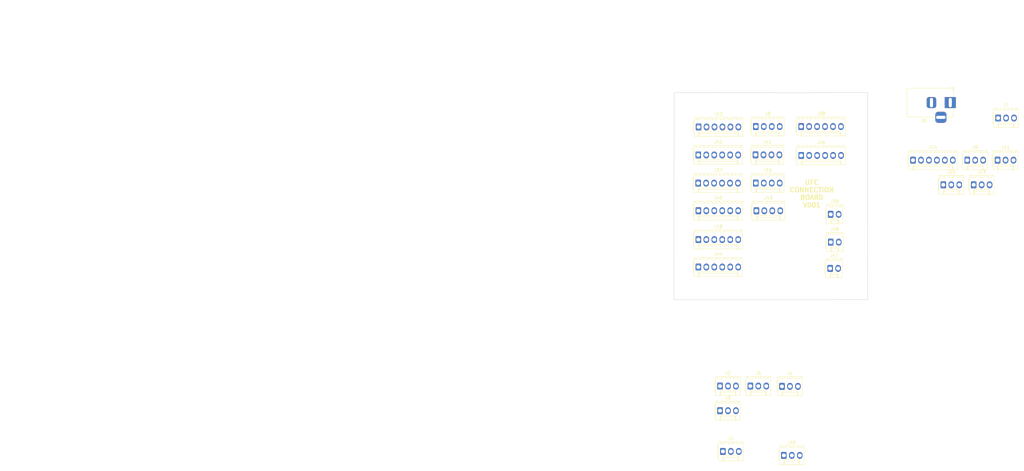
<source format=kicad_pcb>
(kicad_pcb (version 20171130) (host pcbnew "(5.1.5-0-10_14)")

  (general
    (thickness 1.6)
    (drawings 6)
    (tracks 0)
    (zones 0)
    (modules 32)
    (nets 52)
  )

  (page A4)
  (layers
    (0 F.Cu signal)
    (31 B.Cu signal)
    (32 B.Adhes user)
    (33 F.Adhes user)
    (34 B.Paste user)
    (35 F.Paste user)
    (36 B.SilkS user)
    (37 F.SilkS user)
    (38 B.Mask user)
    (39 F.Mask user)
    (40 Dwgs.User user)
    (41 Cmts.User user)
    (42 Eco1.User user)
    (43 Eco2.User user)
    (44 Edge.Cuts user)
    (45 Margin user)
    (46 B.CrtYd user)
    (47 F.CrtYd user)
    (48 B.Fab user)
    (49 F.Fab user)
  )

  (setup
    (last_trace_width 0.25)
    (trace_clearance 0.2)
    (zone_clearance 0.508)
    (zone_45_only no)
    (trace_min 0.2)
    (via_size 0.8)
    (via_drill 0.4)
    (via_min_size 0.4)
    (via_min_drill 0.3)
    (uvia_size 0.3)
    (uvia_drill 0.1)
    (uvias_allowed no)
    (uvia_min_size 0.2)
    (uvia_min_drill 0.1)
    (edge_width 0.05)
    (segment_width 0.2)
    (pcb_text_width 0.3)
    (pcb_text_size 1.5 1.5)
    (mod_edge_width 0.12)
    (mod_text_size 1 1)
    (mod_text_width 0.15)
    (pad_size 1.524 1.524)
    (pad_drill 0.762)
    (pad_to_mask_clearance 0.051)
    (solder_mask_min_width 0.25)
    (aux_axis_origin 0 0)
    (visible_elements 7FFFFFFF)
    (pcbplotparams
      (layerselection 0x010fc_ffffffff)
      (usegerberextensions false)
      (usegerberattributes false)
      (usegerberadvancedattributes false)
      (creategerberjobfile false)
      (excludeedgelayer true)
      (linewidth 0.100000)
      (plotframeref false)
      (viasonmask false)
      (mode 1)
      (useauxorigin false)
      (hpglpennumber 1)
      (hpglpenspeed 20)
      (hpglpendiameter 15.000000)
      (psnegative false)
      (psa4output false)
      (plotreference true)
      (plotvalue true)
      (plotinvisibletext false)
      (padsonsilk false)
      (subtractmaskfromsilk false)
      (outputformat 1)
      (mirror false)
      (drillshape 0)
      (scaleselection 1)
      (outputdirectory "manufacturing"))
  )

  (net 0 "")
  (net 1 "Net-(J12-Pad4)")
  (net 2 "Net-(J12-Pad3)")
  (net 3 "Net-(J12-Pad2)")
  (net 4 "Net-(J12-Pad1)")
  (net 5 "Net-(J18-Pad6)")
  (net 6 "Net-(J18-Pad5)")
  (net 7 "Net-(J18-Pad4)")
  (net 8 "Net-(J18-Pad3)")
  (net 9 "Net-(J18-Pad2)")
  (net 10 "Net-(J18-Pad1)")
  (net 11 "Net-(J41-Pad4)")
  (net 12 "Net-(J41-Pad3)")
  (net 13 "Net-(J41-Pad2)")
  (net 14 "Net-(J41-Pad1)")
  (net 15 "Net-(J12-Pad6)")
  (net 16 "Net-(J12-Pad5)")
  (net 17 "Net-(J16-Pad4)")
  (net 18 "Net-(J16-Pad3)")
  (net 19 "Net-(J16-Pad2)")
  (net 20 "Net-(J16-Pad1)")
  (net 21 "Net-(J37-Pad6)")
  (net 22 "Net-(J37-Pad5)")
  (net 23 "Net-(J37-Pad4)")
  (net 24 "Net-(J37-Pad3)")
  (net 25 "Net-(J37-Pad2)")
  (net 26 "Net-(J37-Pad1)")
  (net 27 "Net-(J38-Pad6)")
  (net 28 "Net-(J38-Pad5)")
  (net 29 "Net-(J38-Pad4)")
  (net 30 "Net-(J38-Pad3)")
  (net 31 "Net-(J38-Pad2)")
  (net 32 "Net-(J38-Pad1)")
  (net 33 "Net-(J39-Pad2)")
  (net 34 "Net-(J39-Pad1)")
  (net 35 "Net-(J4-Pad3)")
  (net 36 "Net-(J4-Pad2)")
  (net 37 "Net-(J4-Pad1)")
  (net 38 "Net-(J1-Pad3)")
  (net 39 "Net-(J1-Pad2)")
  (net 40 "Net-(J1-Pad1)")
  (net 41 "Net-(J3-Pad3)")
  (net 42 "Net-(J3-Pad2)")
  (net 43 "Net-(J3-Pad1)")
  (net 44 /PIXEL_LED_GND)
  (net 45 /RAW_5V)
  (net 46 /PIXEL_LED_5V)
  (net 47 /ARDUINO_5V)
  (net 48 /PIXEL_LED_IN_1)
  (net 49 /PIXEL_LED_IN_2)
  (net 50 /PIXEL_LED_IN_3)
  (net 51 /PIXEL_LED_IN_4)

  (net_class Default "This is the default net class."
    (clearance 0.2)
    (trace_width 0.25)
    (via_dia 0.8)
    (via_drill 0.4)
    (uvia_dia 0.3)
    (uvia_drill 0.1)
    (add_net /ARDUINO_5V)
    (add_net /PIXEL_LED_5V)
    (add_net /PIXEL_LED_GND)
    (add_net /PIXEL_LED_IN_1)
    (add_net /PIXEL_LED_IN_2)
    (add_net /PIXEL_LED_IN_3)
    (add_net /PIXEL_LED_IN_4)
    (add_net /RAW_5V)
    (add_net "Net-(J1-Pad1)")
    (add_net "Net-(J1-Pad2)")
    (add_net "Net-(J1-Pad3)")
    (add_net "Net-(J12-Pad1)")
    (add_net "Net-(J12-Pad2)")
    (add_net "Net-(J12-Pad3)")
    (add_net "Net-(J12-Pad4)")
    (add_net "Net-(J12-Pad5)")
    (add_net "Net-(J12-Pad6)")
    (add_net "Net-(J16-Pad1)")
    (add_net "Net-(J16-Pad2)")
    (add_net "Net-(J16-Pad3)")
    (add_net "Net-(J16-Pad4)")
    (add_net "Net-(J18-Pad1)")
    (add_net "Net-(J18-Pad2)")
    (add_net "Net-(J18-Pad3)")
    (add_net "Net-(J18-Pad4)")
    (add_net "Net-(J18-Pad5)")
    (add_net "Net-(J18-Pad6)")
    (add_net "Net-(J3-Pad1)")
    (add_net "Net-(J3-Pad2)")
    (add_net "Net-(J3-Pad3)")
    (add_net "Net-(J37-Pad1)")
    (add_net "Net-(J37-Pad2)")
    (add_net "Net-(J37-Pad3)")
    (add_net "Net-(J37-Pad4)")
    (add_net "Net-(J37-Pad5)")
    (add_net "Net-(J37-Pad6)")
    (add_net "Net-(J38-Pad1)")
    (add_net "Net-(J38-Pad2)")
    (add_net "Net-(J38-Pad3)")
    (add_net "Net-(J38-Pad4)")
    (add_net "Net-(J38-Pad5)")
    (add_net "Net-(J38-Pad6)")
    (add_net "Net-(J39-Pad1)")
    (add_net "Net-(J39-Pad2)")
    (add_net "Net-(J4-Pad1)")
    (add_net "Net-(J4-Pad2)")
    (add_net "Net-(J4-Pad3)")
    (add_net "Net-(J41-Pad1)")
    (add_net "Net-(J41-Pad2)")
    (add_net "Net-(J41-Pad3)")
    (add_net "Net-(J41-Pad4)")
  )

  (module PT_Library_v001:Molex_1x03_P2.54mm_Vertical (layer F.Cu) (tedit 5B78013E) (tstamp 61A3552F)
    (at 73.7796 155.6512)
    (descr "Molex KK-254 Interconnect System, old/engineering part number: AE-6410-03A example for new part number: 22-27-2031, 3 Pins (http://www.molex.com/pdm_docs/sd/022272021_sd.pdf), generated with kicad-footprint-generator")
    (tags "connector Molex KK-254 side entry")
    (path /61C0D7B7)
    (fp_text reference J40 (at 2.54 -4.12) (layer F.SilkS)
      (effects (font (size 1 1) (thickness 0.15)))
    )
    (fp_text value "UFC LED COL OUT" (at 2.54 4.08) (layer F.Fab)
      (effects (font (size 1 1) (thickness 0.15)))
    )
    (fp_text user %R (at 2.54 -2.22) (layer F.Fab)
      (effects (font (size 1 1) (thickness 0.15)))
    )
    (fp_line (start 6.85 -3.42) (end -1.77 -3.42) (layer F.CrtYd) (width 0.05))
    (fp_line (start 6.85 3.38) (end 6.85 -3.42) (layer F.CrtYd) (width 0.05))
    (fp_line (start -1.77 3.38) (end 6.85 3.38) (layer F.CrtYd) (width 0.05))
    (fp_line (start -1.77 -3.42) (end -1.77 3.38) (layer F.CrtYd) (width 0.05))
    (fp_line (start 5.88 -2.43) (end 5.88 -3.03) (layer F.SilkS) (width 0.12))
    (fp_line (start 4.28 -2.43) (end 5.88 -2.43) (layer F.SilkS) (width 0.12))
    (fp_line (start 4.28 -3.03) (end 4.28 -2.43) (layer F.SilkS) (width 0.12))
    (fp_line (start 3.34 -2.43) (end 3.34 -3.03) (layer F.SilkS) (width 0.12))
    (fp_line (start 1.74 -2.43) (end 3.34 -2.43) (layer F.SilkS) (width 0.12))
    (fp_line (start 1.74 -3.03) (end 1.74 -2.43) (layer F.SilkS) (width 0.12))
    (fp_line (start 0.8 -2.43) (end 0.8 -3.03) (layer F.SilkS) (width 0.12))
    (fp_line (start -0.8 -2.43) (end 0.8 -2.43) (layer F.SilkS) (width 0.12))
    (fp_line (start -0.8 -3.03) (end -0.8 -2.43) (layer F.SilkS) (width 0.12))
    (fp_line (start 4.83 2.99) (end 4.83 1.99) (layer F.SilkS) (width 0.12))
    (fp_line (start 0.25 2.99) (end 0.25 1.99) (layer F.SilkS) (width 0.12))
    (fp_line (start 4.83 1.46) (end 5.08 1.99) (layer F.SilkS) (width 0.12))
    (fp_line (start 0.25 1.46) (end 4.83 1.46) (layer F.SilkS) (width 0.12))
    (fp_line (start 0 1.99) (end 0.25 1.46) (layer F.SilkS) (width 0.12))
    (fp_line (start 5.08 1.99) (end 5.08 2.99) (layer F.SilkS) (width 0.12))
    (fp_line (start 0 1.99) (end 5.08 1.99) (layer F.SilkS) (width 0.12))
    (fp_line (start 0 2.99) (end 0 1.99) (layer F.SilkS) (width 0.12))
    (fp_line (start -0.562893 0) (end -1.27 0.5) (layer F.Fab) (width 0.1))
    (fp_line (start -1.27 -0.5) (end -0.562893 0) (layer F.Fab) (width 0.1))
    (fp_line (start -1.67 -2) (end -1.67 2) (layer F.SilkS) (width 0.12))
    (fp_line (start 6.46 -3.03) (end -1.38 -3.03) (layer F.SilkS) (width 0.12))
    (fp_line (start 6.46 2.99) (end 6.46 -3.03) (layer F.SilkS) (width 0.12))
    (fp_line (start -1.38 2.99) (end 6.46 2.99) (layer F.SilkS) (width 0.12))
    (fp_line (start -1.38 -3.03) (end -1.38 2.99) (layer F.SilkS) (width 0.12))
    (fp_line (start 6.35 -2.92) (end -1.27 -2.92) (layer F.Fab) (width 0.1))
    (fp_line (start 6.35 2.88) (end 6.35 -2.92) (layer F.Fab) (width 0.1))
    (fp_line (start -1.27 2.88) (end 6.35 2.88) (layer F.Fab) (width 0.1))
    (fp_line (start -1.27 -2.92) (end -1.27 2.88) (layer F.Fab) (width 0.1))
    (pad 3 thru_hole oval (at 5.08 0) (size 1.74 2.2) (drill 1.2) (layers *.Cu *.Mask)
      (net 35 "Net-(J4-Pad3)"))
    (pad 2 thru_hole oval (at 2.54 0) (size 1.74 2.2) (drill 1.2) (layers *.Cu *.Mask)
      (net 36 "Net-(J4-Pad2)"))
    (pad 1 thru_hole roundrect (at 0 0) (size 1.74 2.2) (drill 1.2) (layers *.Cu *.Mask) (roundrect_rratio 0.143678)
      (net 37 "Net-(J4-Pad1)"))
    (model ${KISYS3DMOD}/Connector_Molex.3dshapes/Molex_KK-254_AE-6410-03A_1x03_P2.54mm_Vertical.wrl
      (at (xyz 0 0 0))
      (scale (xyz 1 1 1))
      (rotate (xyz 0 0 0))
    )
  )

  (module PT_Library_v001:Molex_1x06_P2.54mm_Vertical (layer F.Cu) (tedit 5B78013E) (tstamp 61A34A04)
    (at 114.9604 61.5428)
    (descr "Molex KK-254 Interconnect System, old/engineering part number: AE-6410-06A example for new part number: 22-27-2061, 6 Pins (http://www.molex.com/pdm_docs/sd/022272021_sd.pdf), generated with kicad-footprint-generator")
    (tags "connector Molex KK-254 side entry")
    (path /61A3BAB1)
    (fp_text reference J14 (at 6.35 -4.12) (layer F.SilkS)
      (effects (font (size 1 1) (thickness 0.15)))
    )
    (fp_text value "PIXEL LED IN" (at 6.35 4.08) (layer F.Fab)
      (effects (font (size 1 1) (thickness 0.15)))
    )
    (fp_text user %R (at 6.35 -2.22) (layer F.Fab)
      (effects (font (size 1 1) (thickness 0.15)))
    )
    (fp_line (start 14.47 -3.42) (end -1.77 -3.42) (layer F.CrtYd) (width 0.05))
    (fp_line (start 14.47 3.38) (end 14.47 -3.42) (layer F.CrtYd) (width 0.05))
    (fp_line (start -1.77 3.38) (end 14.47 3.38) (layer F.CrtYd) (width 0.05))
    (fp_line (start -1.77 -3.42) (end -1.77 3.38) (layer F.CrtYd) (width 0.05))
    (fp_line (start 13.5 -2.43) (end 13.5 -3.03) (layer F.SilkS) (width 0.12))
    (fp_line (start 11.9 -2.43) (end 13.5 -2.43) (layer F.SilkS) (width 0.12))
    (fp_line (start 11.9 -3.03) (end 11.9 -2.43) (layer F.SilkS) (width 0.12))
    (fp_line (start 10.96 -2.43) (end 10.96 -3.03) (layer F.SilkS) (width 0.12))
    (fp_line (start 9.36 -2.43) (end 10.96 -2.43) (layer F.SilkS) (width 0.12))
    (fp_line (start 9.36 -3.03) (end 9.36 -2.43) (layer F.SilkS) (width 0.12))
    (fp_line (start 8.42 -2.43) (end 8.42 -3.03) (layer F.SilkS) (width 0.12))
    (fp_line (start 6.82 -2.43) (end 8.42 -2.43) (layer F.SilkS) (width 0.12))
    (fp_line (start 6.82 -3.03) (end 6.82 -2.43) (layer F.SilkS) (width 0.12))
    (fp_line (start 5.88 -2.43) (end 5.88 -3.03) (layer F.SilkS) (width 0.12))
    (fp_line (start 4.28 -2.43) (end 5.88 -2.43) (layer F.SilkS) (width 0.12))
    (fp_line (start 4.28 -3.03) (end 4.28 -2.43) (layer F.SilkS) (width 0.12))
    (fp_line (start 3.34 -2.43) (end 3.34 -3.03) (layer F.SilkS) (width 0.12))
    (fp_line (start 1.74 -2.43) (end 3.34 -2.43) (layer F.SilkS) (width 0.12))
    (fp_line (start 1.74 -3.03) (end 1.74 -2.43) (layer F.SilkS) (width 0.12))
    (fp_line (start 0.8 -2.43) (end 0.8 -3.03) (layer F.SilkS) (width 0.12))
    (fp_line (start -0.8 -2.43) (end 0.8 -2.43) (layer F.SilkS) (width 0.12))
    (fp_line (start -0.8 -3.03) (end -0.8 -2.43) (layer F.SilkS) (width 0.12))
    (fp_line (start 12.45 2.99) (end 12.45 1.99) (layer F.SilkS) (width 0.12))
    (fp_line (start 0.25 2.99) (end 0.25 1.99) (layer F.SilkS) (width 0.12))
    (fp_line (start 12.45 1.46) (end 12.7 1.99) (layer F.SilkS) (width 0.12))
    (fp_line (start 0.25 1.46) (end 12.45 1.46) (layer F.SilkS) (width 0.12))
    (fp_line (start 0 1.99) (end 0.25 1.46) (layer F.SilkS) (width 0.12))
    (fp_line (start 12.7 1.99) (end 12.7 2.99) (layer F.SilkS) (width 0.12))
    (fp_line (start 0 1.99) (end 12.7 1.99) (layer F.SilkS) (width 0.12))
    (fp_line (start 0 2.99) (end 0 1.99) (layer F.SilkS) (width 0.12))
    (fp_line (start -0.562893 0) (end -1.27 0.5) (layer F.Fab) (width 0.1))
    (fp_line (start -1.27 -0.5) (end -0.562893 0) (layer F.Fab) (width 0.1))
    (fp_line (start -1.67 -2) (end -1.67 2) (layer F.SilkS) (width 0.12))
    (fp_line (start 14.08 -3.03) (end -1.38 -3.03) (layer F.SilkS) (width 0.12))
    (fp_line (start 14.08 2.99) (end 14.08 -3.03) (layer F.SilkS) (width 0.12))
    (fp_line (start -1.38 2.99) (end 14.08 2.99) (layer F.SilkS) (width 0.12))
    (fp_line (start -1.38 -3.03) (end -1.38 2.99) (layer F.SilkS) (width 0.12))
    (fp_line (start 13.97 -2.92) (end -1.27 -2.92) (layer F.Fab) (width 0.1))
    (fp_line (start 13.97 2.88) (end 13.97 -2.92) (layer F.Fab) (width 0.1))
    (fp_line (start -1.27 2.88) (end 13.97 2.88) (layer F.Fab) (width 0.1))
    (fp_line (start -1.27 -2.92) (end -1.27 2.88) (layer F.Fab) (width 0.1))
    (pad 6 thru_hole oval (at 12.7 0) (size 1.74 2.2) (drill 1.2) (layers *.Cu *.Mask)
      (net 51 /PIXEL_LED_IN_4))
    (pad 5 thru_hole oval (at 10.16 0) (size 1.74 2.2) (drill 1.2) (layers *.Cu *.Mask)
      (net 50 /PIXEL_LED_IN_3))
    (pad 4 thru_hole oval (at 7.62 0) (size 1.74 2.2) (drill 1.2) (layers *.Cu *.Mask)
      (net 49 /PIXEL_LED_IN_2))
    (pad 3 thru_hole oval (at 5.08 0) (size 1.74 2.2) (drill 1.2) (layers *.Cu *.Mask)
      (net 48 /PIXEL_LED_IN_1))
    (pad 2 thru_hole oval (at 2.54 0) (size 1.74 2.2) (drill 1.2) (layers *.Cu *.Mask)
      (net 44 /PIXEL_LED_GND))
    (pad 1 thru_hole roundrect (at 0 0) (size 1.74 2.2) (drill 1.2) (layers *.Cu *.Mask) (roundrect_rratio 0.143678)
      (net 47 /ARDUINO_5V))
    (model ${KISYS3DMOD}/Connector_Molex.3dshapes/Molex_KK-254_AE-6410-06A_1x06_P2.54mm_Vertical.wrl
      (at (xyz 0 0 0))
      (scale (xyz 1 1 1))
      (rotate (xyz 0 0 0))
    )
  )

  (module PT_Library_v001:Molex_1x03_P2.54mm_Vertical (layer F.Cu) (tedit 5B78013E) (tstamp 61A349D0)
    (at 134.3004 69.3928)
    (descr "Molex KK-254 Interconnect System, old/engineering part number: AE-6410-03A example for new part number: 22-27-2031, 3 Pins (http://www.molex.com/pdm_docs/sd/022272021_sd.pdf), generated with kicad-footprint-generator")
    (tags "connector Molex KK-254 side entry")
    (path /61A34465)
    (fp_text reference J13 (at 2.54 -4.12) (layer F.SilkS)
      (effects (font (size 1 1) (thickness 0.15)))
    )
    (fp_text value "PIXEL LED OUT" (at 2.54 4.08) (layer F.Fab)
      (effects (font (size 1 1) (thickness 0.15)))
    )
    (fp_text user %R (at 2.54 -2.22) (layer F.Fab)
      (effects (font (size 1 1) (thickness 0.15)))
    )
    (fp_line (start 6.85 -3.42) (end -1.77 -3.42) (layer F.CrtYd) (width 0.05))
    (fp_line (start 6.85 3.38) (end 6.85 -3.42) (layer F.CrtYd) (width 0.05))
    (fp_line (start -1.77 3.38) (end 6.85 3.38) (layer F.CrtYd) (width 0.05))
    (fp_line (start -1.77 -3.42) (end -1.77 3.38) (layer F.CrtYd) (width 0.05))
    (fp_line (start 5.88 -2.43) (end 5.88 -3.03) (layer F.SilkS) (width 0.12))
    (fp_line (start 4.28 -2.43) (end 5.88 -2.43) (layer F.SilkS) (width 0.12))
    (fp_line (start 4.28 -3.03) (end 4.28 -2.43) (layer F.SilkS) (width 0.12))
    (fp_line (start 3.34 -2.43) (end 3.34 -3.03) (layer F.SilkS) (width 0.12))
    (fp_line (start 1.74 -2.43) (end 3.34 -2.43) (layer F.SilkS) (width 0.12))
    (fp_line (start 1.74 -3.03) (end 1.74 -2.43) (layer F.SilkS) (width 0.12))
    (fp_line (start 0.8 -2.43) (end 0.8 -3.03) (layer F.SilkS) (width 0.12))
    (fp_line (start -0.8 -2.43) (end 0.8 -2.43) (layer F.SilkS) (width 0.12))
    (fp_line (start -0.8 -3.03) (end -0.8 -2.43) (layer F.SilkS) (width 0.12))
    (fp_line (start 4.83 2.99) (end 4.83 1.99) (layer F.SilkS) (width 0.12))
    (fp_line (start 0.25 2.99) (end 0.25 1.99) (layer F.SilkS) (width 0.12))
    (fp_line (start 4.83 1.46) (end 5.08 1.99) (layer F.SilkS) (width 0.12))
    (fp_line (start 0.25 1.46) (end 4.83 1.46) (layer F.SilkS) (width 0.12))
    (fp_line (start 0 1.99) (end 0.25 1.46) (layer F.SilkS) (width 0.12))
    (fp_line (start 5.08 1.99) (end 5.08 2.99) (layer F.SilkS) (width 0.12))
    (fp_line (start 0 1.99) (end 5.08 1.99) (layer F.SilkS) (width 0.12))
    (fp_line (start 0 2.99) (end 0 1.99) (layer F.SilkS) (width 0.12))
    (fp_line (start -0.562893 0) (end -1.27 0.5) (layer F.Fab) (width 0.1))
    (fp_line (start -1.27 -0.5) (end -0.562893 0) (layer F.Fab) (width 0.1))
    (fp_line (start -1.67 -2) (end -1.67 2) (layer F.SilkS) (width 0.12))
    (fp_line (start 6.46 -3.03) (end -1.38 -3.03) (layer F.SilkS) (width 0.12))
    (fp_line (start 6.46 2.99) (end 6.46 -3.03) (layer F.SilkS) (width 0.12))
    (fp_line (start -1.38 2.99) (end 6.46 2.99) (layer F.SilkS) (width 0.12))
    (fp_line (start -1.38 -3.03) (end -1.38 2.99) (layer F.SilkS) (width 0.12))
    (fp_line (start 6.35 -2.92) (end -1.27 -2.92) (layer F.Fab) (width 0.1))
    (fp_line (start 6.35 2.88) (end 6.35 -2.92) (layer F.Fab) (width 0.1))
    (fp_line (start -1.27 2.88) (end 6.35 2.88) (layer F.Fab) (width 0.1))
    (fp_line (start -1.27 -2.92) (end -1.27 2.88) (layer F.Fab) (width 0.1))
    (pad 3 thru_hole oval (at 5.08 0) (size 1.74 2.2) (drill 1.2) (layers *.Cu *.Mask)
      (net 51 /PIXEL_LED_IN_4))
    (pad 2 thru_hole oval (at 2.54 0) (size 1.74 2.2) (drill 1.2) (layers *.Cu *.Mask)
      (net 44 /PIXEL_LED_GND))
    (pad 1 thru_hole roundrect (at 0 0) (size 1.74 2.2) (drill 1.2) (layers *.Cu *.Mask) (roundrect_rratio 0.143678)
      (net 46 /PIXEL_LED_5V))
    (model ${KISYS3DMOD}/Connector_Molex.3dshapes/Molex_KK-254_AE-6410-03A_1x03_P2.54mm_Vertical.wrl
      (at (xyz 0 0 0))
      (scale (xyz 1 1 1))
      (rotate (xyz 0 0 0))
    )
  )

  (module PT_Library_v001:Molex_1x03_P2.54mm_Vertical (layer F.Cu) (tedit 5B78013E) (tstamp 61A34942)
    (at 141.9204 61.5428)
    (descr "Molex KK-254 Interconnect System, old/engineering part number: AE-6410-03A example for new part number: 22-27-2031, 3 Pins (http://www.molex.com/pdm_docs/sd/022272021_sd.pdf), generated with kicad-footprint-generator")
    (tags "connector Molex KK-254 side entry")
    (path /61A3445B)
    (fp_text reference J11 (at 2.54 -4.12) (layer F.SilkS)
      (effects (font (size 1 1) (thickness 0.15)))
    )
    (fp_text value "PIXEL LED OUT" (at 2.54 4.08) (layer F.Fab)
      (effects (font (size 1 1) (thickness 0.15)))
    )
    (fp_text user %R (at 2.54 -2.22) (layer F.Fab)
      (effects (font (size 1 1) (thickness 0.15)))
    )
    (fp_line (start 6.85 -3.42) (end -1.77 -3.42) (layer F.CrtYd) (width 0.05))
    (fp_line (start 6.85 3.38) (end 6.85 -3.42) (layer F.CrtYd) (width 0.05))
    (fp_line (start -1.77 3.38) (end 6.85 3.38) (layer F.CrtYd) (width 0.05))
    (fp_line (start -1.77 -3.42) (end -1.77 3.38) (layer F.CrtYd) (width 0.05))
    (fp_line (start 5.88 -2.43) (end 5.88 -3.03) (layer F.SilkS) (width 0.12))
    (fp_line (start 4.28 -2.43) (end 5.88 -2.43) (layer F.SilkS) (width 0.12))
    (fp_line (start 4.28 -3.03) (end 4.28 -2.43) (layer F.SilkS) (width 0.12))
    (fp_line (start 3.34 -2.43) (end 3.34 -3.03) (layer F.SilkS) (width 0.12))
    (fp_line (start 1.74 -2.43) (end 3.34 -2.43) (layer F.SilkS) (width 0.12))
    (fp_line (start 1.74 -3.03) (end 1.74 -2.43) (layer F.SilkS) (width 0.12))
    (fp_line (start 0.8 -2.43) (end 0.8 -3.03) (layer F.SilkS) (width 0.12))
    (fp_line (start -0.8 -2.43) (end 0.8 -2.43) (layer F.SilkS) (width 0.12))
    (fp_line (start -0.8 -3.03) (end -0.8 -2.43) (layer F.SilkS) (width 0.12))
    (fp_line (start 4.83 2.99) (end 4.83 1.99) (layer F.SilkS) (width 0.12))
    (fp_line (start 0.25 2.99) (end 0.25 1.99) (layer F.SilkS) (width 0.12))
    (fp_line (start 4.83 1.46) (end 5.08 1.99) (layer F.SilkS) (width 0.12))
    (fp_line (start 0.25 1.46) (end 4.83 1.46) (layer F.SilkS) (width 0.12))
    (fp_line (start 0 1.99) (end 0.25 1.46) (layer F.SilkS) (width 0.12))
    (fp_line (start 5.08 1.99) (end 5.08 2.99) (layer F.SilkS) (width 0.12))
    (fp_line (start 0 1.99) (end 5.08 1.99) (layer F.SilkS) (width 0.12))
    (fp_line (start 0 2.99) (end 0 1.99) (layer F.SilkS) (width 0.12))
    (fp_line (start -0.562893 0) (end -1.27 0.5) (layer F.Fab) (width 0.1))
    (fp_line (start -1.27 -0.5) (end -0.562893 0) (layer F.Fab) (width 0.1))
    (fp_line (start -1.67 -2) (end -1.67 2) (layer F.SilkS) (width 0.12))
    (fp_line (start 6.46 -3.03) (end -1.38 -3.03) (layer F.SilkS) (width 0.12))
    (fp_line (start 6.46 2.99) (end 6.46 -3.03) (layer F.SilkS) (width 0.12))
    (fp_line (start -1.38 2.99) (end 6.46 2.99) (layer F.SilkS) (width 0.12))
    (fp_line (start -1.38 -3.03) (end -1.38 2.99) (layer F.SilkS) (width 0.12))
    (fp_line (start 6.35 -2.92) (end -1.27 -2.92) (layer F.Fab) (width 0.1))
    (fp_line (start 6.35 2.88) (end 6.35 -2.92) (layer F.Fab) (width 0.1))
    (fp_line (start -1.27 2.88) (end 6.35 2.88) (layer F.Fab) (width 0.1))
    (fp_line (start -1.27 -2.92) (end -1.27 2.88) (layer F.Fab) (width 0.1))
    (pad 3 thru_hole oval (at 5.08 0) (size 1.74 2.2) (drill 1.2) (layers *.Cu *.Mask)
      (net 50 /PIXEL_LED_IN_3))
    (pad 2 thru_hole oval (at 2.54 0) (size 1.74 2.2) (drill 1.2) (layers *.Cu *.Mask)
      (net 44 /PIXEL_LED_GND))
    (pad 1 thru_hole roundrect (at 0 0) (size 1.74 2.2) (drill 1.2) (layers *.Cu *.Mask) (roundrect_rratio 0.143678)
      (net 46 /PIXEL_LED_5V))
    (model ${KISYS3DMOD}/Connector_Molex.3dshapes/Molex_KK-254_AE-6410-03A_1x03_P2.54mm_Vertical.wrl
      (at (xyz 0 0 0))
      (scale (xyz 1 1 1))
      (rotate (xyz 0 0 0))
    )
  )

  (module PT_Library_v001:Molex_1x03_P2.54mm_Vertical (layer F.Cu) (tedit 5B78013E) (tstamp 61A3491A)
    (at 124.6304 69.3928)
    (descr "Molex KK-254 Interconnect System, old/engineering part number: AE-6410-03A example for new part number: 22-27-2031, 3 Pins (http://www.molex.com/pdm_docs/sd/022272021_sd.pdf), generated with kicad-footprint-generator")
    (tags "connector Molex KK-254 side entry")
    (path /61A33797)
    (fp_text reference J10 (at 2.54 -4.12) (layer F.SilkS)
      (effects (font (size 1 1) (thickness 0.15)))
    )
    (fp_text value "PIXEL LED OUT" (at 2.54 4.08) (layer F.Fab)
      (effects (font (size 1 1) (thickness 0.15)))
    )
    (fp_text user %R (at 2.54 -2.22) (layer F.Fab)
      (effects (font (size 1 1) (thickness 0.15)))
    )
    (fp_line (start 6.85 -3.42) (end -1.77 -3.42) (layer F.CrtYd) (width 0.05))
    (fp_line (start 6.85 3.38) (end 6.85 -3.42) (layer F.CrtYd) (width 0.05))
    (fp_line (start -1.77 3.38) (end 6.85 3.38) (layer F.CrtYd) (width 0.05))
    (fp_line (start -1.77 -3.42) (end -1.77 3.38) (layer F.CrtYd) (width 0.05))
    (fp_line (start 5.88 -2.43) (end 5.88 -3.03) (layer F.SilkS) (width 0.12))
    (fp_line (start 4.28 -2.43) (end 5.88 -2.43) (layer F.SilkS) (width 0.12))
    (fp_line (start 4.28 -3.03) (end 4.28 -2.43) (layer F.SilkS) (width 0.12))
    (fp_line (start 3.34 -2.43) (end 3.34 -3.03) (layer F.SilkS) (width 0.12))
    (fp_line (start 1.74 -2.43) (end 3.34 -2.43) (layer F.SilkS) (width 0.12))
    (fp_line (start 1.74 -3.03) (end 1.74 -2.43) (layer F.SilkS) (width 0.12))
    (fp_line (start 0.8 -2.43) (end 0.8 -3.03) (layer F.SilkS) (width 0.12))
    (fp_line (start -0.8 -2.43) (end 0.8 -2.43) (layer F.SilkS) (width 0.12))
    (fp_line (start -0.8 -3.03) (end -0.8 -2.43) (layer F.SilkS) (width 0.12))
    (fp_line (start 4.83 2.99) (end 4.83 1.99) (layer F.SilkS) (width 0.12))
    (fp_line (start 0.25 2.99) (end 0.25 1.99) (layer F.SilkS) (width 0.12))
    (fp_line (start 4.83 1.46) (end 5.08 1.99) (layer F.SilkS) (width 0.12))
    (fp_line (start 0.25 1.46) (end 4.83 1.46) (layer F.SilkS) (width 0.12))
    (fp_line (start 0 1.99) (end 0.25 1.46) (layer F.SilkS) (width 0.12))
    (fp_line (start 5.08 1.99) (end 5.08 2.99) (layer F.SilkS) (width 0.12))
    (fp_line (start 0 1.99) (end 5.08 1.99) (layer F.SilkS) (width 0.12))
    (fp_line (start 0 2.99) (end 0 1.99) (layer F.SilkS) (width 0.12))
    (fp_line (start -0.562893 0) (end -1.27 0.5) (layer F.Fab) (width 0.1))
    (fp_line (start -1.27 -0.5) (end -0.562893 0) (layer F.Fab) (width 0.1))
    (fp_line (start -1.67 -2) (end -1.67 2) (layer F.SilkS) (width 0.12))
    (fp_line (start 6.46 -3.03) (end -1.38 -3.03) (layer F.SilkS) (width 0.12))
    (fp_line (start 6.46 2.99) (end 6.46 -3.03) (layer F.SilkS) (width 0.12))
    (fp_line (start -1.38 2.99) (end 6.46 2.99) (layer F.SilkS) (width 0.12))
    (fp_line (start -1.38 -3.03) (end -1.38 2.99) (layer F.SilkS) (width 0.12))
    (fp_line (start 6.35 -2.92) (end -1.27 -2.92) (layer F.Fab) (width 0.1))
    (fp_line (start 6.35 2.88) (end 6.35 -2.92) (layer F.Fab) (width 0.1))
    (fp_line (start -1.27 2.88) (end 6.35 2.88) (layer F.Fab) (width 0.1))
    (fp_line (start -1.27 -2.92) (end -1.27 2.88) (layer F.Fab) (width 0.1))
    (pad 3 thru_hole oval (at 5.08 0) (size 1.74 2.2) (drill 1.2) (layers *.Cu *.Mask)
      (net 49 /PIXEL_LED_IN_2))
    (pad 2 thru_hole oval (at 2.54 0) (size 1.74 2.2) (drill 1.2) (layers *.Cu *.Mask)
      (net 44 /PIXEL_LED_GND))
    (pad 1 thru_hole roundrect (at 0 0) (size 1.74 2.2) (drill 1.2) (layers *.Cu *.Mask) (roundrect_rratio 0.143678)
      (net 46 /PIXEL_LED_5V))
    (model ${KISYS3DMOD}/Connector_Molex.3dshapes/Molex_KK-254_AE-6410-03A_1x03_P2.54mm_Vertical.wrl
      (at (xyz 0 0 0))
      (scale (xyz 1 1 1))
      (rotate (xyz 0 0 0))
    )
  )

  (module PT_Library_v001:Molex_1x03_P2.54mm_Vertical (layer F.Cu) (tedit 5B78013E) (tstamp 61A348F2)
    (at 132.2504 61.5428)
    (descr "Molex KK-254 Interconnect System, old/engineering part number: AE-6410-03A example for new part number: 22-27-2031, 3 Pins (http://www.molex.com/pdm_docs/sd/022272021_sd.pdf), generated with kicad-footprint-generator")
    (tags "connector Molex KK-254 side entry")
    (path /61A30EA1)
    (fp_text reference J9 (at 2.54 -4.12) (layer F.SilkS)
      (effects (font (size 1 1) (thickness 0.15)))
    )
    (fp_text value "PIXEL LED OUT" (at 2.54 4.08) (layer F.Fab)
      (effects (font (size 1 1) (thickness 0.15)))
    )
    (fp_text user %R (at 2.54 -2.22) (layer F.Fab)
      (effects (font (size 1 1) (thickness 0.15)))
    )
    (fp_line (start 6.85 -3.42) (end -1.77 -3.42) (layer F.CrtYd) (width 0.05))
    (fp_line (start 6.85 3.38) (end 6.85 -3.42) (layer F.CrtYd) (width 0.05))
    (fp_line (start -1.77 3.38) (end 6.85 3.38) (layer F.CrtYd) (width 0.05))
    (fp_line (start -1.77 -3.42) (end -1.77 3.38) (layer F.CrtYd) (width 0.05))
    (fp_line (start 5.88 -2.43) (end 5.88 -3.03) (layer F.SilkS) (width 0.12))
    (fp_line (start 4.28 -2.43) (end 5.88 -2.43) (layer F.SilkS) (width 0.12))
    (fp_line (start 4.28 -3.03) (end 4.28 -2.43) (layer F.SilkS) (width 0.12))
    (fp_line (start 3.34 -2.43) (end 3.34 -3.03) (layer F.SilkS) (width 0.12))
    (fp_line (start 1.74 -2.43) (end 3.34 -2.43) (layer F.SilkS) (width 0.12))
    (fp_line (start 1.74 -3.03) (end 1.74 -2.43) (layer F.SilkS) (width 0.12))
    (fp_line (start 0.8 -2.43) (end 0.8 -3.03) (layer F.SilkS) (width 0.12))
    (fp_line (start -0.8 -2.43) (end 0.8 -2.43) (layer F.SilkS) (width 0.12))
    (fp_line (start -0.8 -3.03) (end -0.8 -2.43) (layer F.SilkS) (width 0.12))
    (fp_line (start 4.83 2.99) (end 4.83 1.99) (layer F.SilkS) (width 0.12))
    (fp_line (start 0.25 2.99) (end 0.25 1.99) (layer F.SilkS) (width 0.12))
    (fp_line (start 4.83 1.46) (end 5.08 1.99) (layer F.SilkS) (width 0.12))
    (fp_line (start 0.25 1.46) (end 4.83 1.46) (layer F.SilkS) (width 0.12))
    (fp_line (start 0 1.99) (end 0.25 1.46) (layer F.SilkS) (width 0.12))
    (fp_line (start 5.08 1.99) (end 5.08 2.99) (layer F.SilkS) (width 0.12))
    (fp_line (start 0 1.99) (end 5.08 1.99) (layer F.SilkS) (width 0.12))
    (fp_line (start 0 2.99) (end 0 1.99) (layer F.SilkS) (width 0.12))
    (fp_line (start -0.562893 0) (end -1.27 0.5) (layer F.Fab) (width 0.1))
    (fp_line (start -1.27 -0.5) (end -0.562893 0) (layer F.Fab) (width 0.1))
    (fp_line (start -1.67 -2) (end -1.67 2) (layer F.SilkS) (width 0.12))
    (fp_line (start 6.46 -3.03) (end -1.38 -3.03) (layer F.SilkS) (width 0.12))
    (fp_line (start 6.46 2.99) (end 6.46 -3.03) (layer F.SilkS) (width 0.12))
    (fp_line (start -1.38 2.99) (end 6.46 2.99) (layer F.SilkS) (width 0.12))
    (fp_line (start -1.38 -3.03) (end -1.38 2.99) (layer F.SilkS) (width 0.12))
    (fp_line (start 6.35 -2.92) (end -1.27 -2.92) (layer F.Fab) (width 0.1))
    (fp_line (start 6.35 2.88) (end 6.35 -2.92) (layer F.Fab) (width 0.1))
    (fp_line (start -1.27 2.88) (end 6.35 2.88) (layer F.Fab) (width 0.1))
    (fp_line (start -1.27 -2.92) (end -1.27 2.88) (layer F.Fab) (width 0.1))
    (pad 3 thru_hole oval (at 5.08 0) (size 1.74 2.2) (drill 1.2) (layers *.Cu *.Mask)
      (net 48 /PIXEL_LED_IN_1))
    (pad 2 thru_hole oval (at 2.54 0) (size 1.74 2.2) (drill 1.2) (layers *.Cu *.Mask)
      (net 44 /PIXEL_LED_GND))
    (pad 1 thru_hole roundrect (at 0 0) (size 1.74 2.2) (drill 1.2) (layers *.Cu *.Mask) (roundrect_rratio 0.143678)
      (net 46 /PIXEL_LED_5V))
    (model ${KISYS3DMOD}/Connector_Molex.3dshapes/Molex_KK-254_AE-6410-03A_1x03_P2.54mm_Vertical.wrl
      (at (xyz 0 0 0))
      (scale (xyz 1 1 1))
      (rotate (xyz 0 0 0))
    )
  )

  (module PT_Library_v001:Molex_1x03_P2.54mm_Vertical (layer F.Cu) (tedit 5B78013E) (tstamp 61A34874)
    (at 142.0876 48.1076)
    (descr "Molex KK-254 Interconnect System, old/engineering part number: AE-6410-03A example for new part number: 22-27-2031, 3 Pins (http://www.molex.com/pdm_docs/sd/022272021_sd.pdf), generated with kicad-footprint-generator")
    (tags "connector Molex KK-254 side entry")
    (path /61A3DBC0)
    (fp_text reference J7 (at 2.54 -4.12) (layer F.SilkS)
      (effects (font (size 1 1) (thickness 0.15)))
    )
    (fp_text value "POWER SELECT" (at 2.54 4.08) (layer F.Fab)
      (effects (font (size 1 1) (thickness 0.15)))
    )
    (fp_text user %R (at 2.54 -2.22) (layer F.Fab)
      (effects (font (size 1 1) (thickness 0.15)))
    )
    (fp_line (start 6.85 -3.42) (end -1.77 -3.42) (layer F.CrtYd) (width 0.05))
    (fp_line (start 6.85 3.38) (end 6.85 -3.42) (layer F.CrtYd) (width 0.05))
    (fp_line (start -1.77 3.38) (end 6.85 3.38) (layer F.CrtYd) (width 0.05))
    (fp_line (start -1.77 -3.42) (end -1.77 3.38) (layer F.CrtYd) (width 0.05))
    (fp_line (start 5.88 -2.43) (end 5.88 -3.03) (layer F.SilkS) (width 0.12))
    (fp_line (start 4.28 -2.43) (end 5.88 -2.43) (layer F.SilkS) (width 0.12))
    (fp_line (start 4.28 -3.03) (end 4.28 -2.43) (layer F.SilkS) (width 0.12))
    (fp_line (start 3.34 -2.43) (end 3.34 -3.03) (layer F.SilkS) (width 0.12))
    (fp_line (start 1.74 -2.43) (end 3.34 -2.43) (layer F.SilkS) (width 0.12))
    (fp_line (start 1.74 -3.03) (end 1.74 -2.43) (layer F.SilkS) (width 0.12))
    (fp_line (start 0.8 -2.43) (end 0.8 -3.03) (layer F.SilkS) (width 0.12))
    (fp_line (start -0.8 -2.43) (end 0.8 -2.43) (layer F.SilkS) (width 0.12))
    (fp_line (start -0.8 -3.03) (end -0.8 -2.43) (layer F.SilkS) (width 0.12))
    (fp_line (start 4.83 2.99) (end 4.83 1.99) (layer F.SilkS) (width 0.12))
    (fp_line (start 0.25 2.99) (end 0.25 1.99) (layer F.SilkS) (width 0.12))
    (fp_line (start 4.83 1.46) (end 5.08 1.99) (layer F.SilkS) (width 0.12))
    (fp_line (start 0.25 1.46) (end 4.83 1.46) (layer F.SilkS) (width 0.12))
    (fp_line (start 0 1.99) (end 0.25 1.46) (layer F.SilkS) (width 0.12))
    (fp_line (start 5.08 1.99) (end 5.08 2.99) (layer F.SilkS) (width 0.12))
    (fp_line (start 0 1.99) (end 5.08 1.99) (layer F.SilkS) (width 0.12))
    (fp_line (start 0 2.99) (end 0 1.99) (layer F.SilkS) (width 0.12))
    (fp_line (start -0.562893 0) (end -1.27 0.5) (layer F.Fab) (width 0.1))
    (fp_line (start -1.27 -0.5) (end -0.562893 0) (layer F.Fab) (width 0.1))
    (fp_line (start -1.67 -2) (end -1.67 2) (layer F.SilkS) (width 0.12))
    (fp_line (start 6.46 -3.03) (end -1.38 -3.03) (layer F.SilkS) (width 0.12))
    (fp_line (start 6.46 2.99) (end 6.46 -3.03) (layer F.SilkS) (width 0.12))
    (fp_line (start -1.38 2.99) (end 6.46 2.99) (layer F.SilkS) (width 0.12))
    (fp_line (start -1.38 -3.03) (end -1.38 2.99) (layer F.SilkS) (width 0.12))
    (fp_line (start 6.35 -2.92) (end -1.27 -2.92) (layer F.Fab) (width 0.1))
    (fp_line (start 6.35 2.88) (end 6.35 -2.92) (layer F.Fab) (width 0.1))
    (fp_line (start -1.27 2.88) (end 6.35 2.88) (layer F.Fab) (width 0.1))
    (fp_line (start -1.27 -2.92) (end -1.27 2.88) (layer F.Fab) (width 0.1))
    (pad 3 thru_hole oval (at 5.08 0) (size 1.74 2.2) (drill 1.2) (layers *.Cu *.Mask)
      (net 45 /RAW_5V))
    (pad 2 thru_hole oval (at 2.54 0) (size 1.74 2.2) (drill 1.2) (layers *.Cu *.Mask)
      (net 46 /PIXEL_LED_5V))
    (pad 1 thru_hole roundrect (at 0 0) (size 1.74 2.2) (drill 1.2) (layers *.Cu *.Mask) (roundrect_rratio 0.143678)
      (net 47 /ARDUINO_5V))
    (model ${KISYS3DMOD}/Connector_Molex.3dshapes/Molex_KK-254_AE-6410-03A_1x03_P2.54mm_Vertical.wrl
      (at (xyz 0 0 0))
      (scale (xyz 1 1 1))
      (rotate (xyz 0 0 0))
    )
  )

  (module PT_Library_v001:Molex_1x03_P2.54mm_Vertical (layer F.Cu) (tedit 5B78013E) (tstamp 61A36017)
    (at 63.1116 133.5532)
    (descr "Molex KK-254 Interconnect System, old/engineering part number: AE-6410-03A example for new part number: 22-27-2031, 3 Pins (http://www.molex.com/pdm_docs/sd/022272021_sd.pdf), generated with kicad-footprint-generator")
    (tags "connector Molex KK-254 side entry")
    (path /61A44B70)
    (fp_text reference J5 (at 2.54 -4.12) (layer F.SilkS)
      (effects (font (size 1 1) (thickness 0.15)))
    )
    (fp_text value "AP ROW OUT" (at 2.54 4.08) (layer F.Fab)
      (effects (font (size 1 1) (thickness 0.15)))
    )
    (fp_text user %R (at 2.54 -2.22) (layer F.Fab)
      (effects (font (size 1 1) (thickness 0.15)))
    )
    (fp_line (start 6.85 -3.42) (end -1.77 -3.42) (layer F.CrtYd) (width 0.05))
    (fp_line (start 6.85 3.38) (end 6.85 -3.42) (layer F.CrtYd) (width 0.05))
    (fp_line (start -1.77 3.38) (end 6.85 3.38) (layer F.CrtYd) (width 0.05))
    (fp_line (start -1.77 -3.42) (end -1.77 3.38) (layer F.CrtYd) (width 0.05))
    (fp_line (start 5.88 -2.43) (end 5.88 -3.03) (layer F.SilkS) (width 0.12))
    (fp_line (start 4.28 -2.43) (end 5.88 -2.43) (layer F.SilkS) (width 0.12))
    (fp_line (start 4.28 -3.03) (end 4.28 -2.43) (layer F.SilkS) (width 0.12))
    (fp_line (start 3.34 -2.43) (end 3.34 -3.03) (layer F.SilkS) (width 0.12))
    (fp_line (start 1.74 -2.43) (end 3.34 -2.43) (layer F.SilkS) (width 0.12))
    (fp_line (start 1.74 -3.03) (end 1.74 -2.43) (layer F.SilkS) (width 0.12))
    (fp_line (start 0.8 -2.43) (end 0.8 -3.03) (layer F.SilkS) (width 0.12))
    (fp_line (start -0.8 -2.43) (end 0.8 -2.43) (layer F.SilkS) (width 0.12))
    (fp_line (start -0.8 -3.03) (end -0.8 -2.43) (layer F.SilkS) (width 0.12))
    (fp_line (start 4.83 2.99) (end 4.83 1.99) (layer F.SilkS) (width 0.12))
    (fp_line (start 0.25 2.99) (end 0.25 1.99) (layer F.SilkS) (width 0.12))
    (fp_line (start 4.83 1.46) (end 5.08 1.99) (layer F.SilkS) (width 0.12))
    (fp_line (start 0.25 1.46) (end 4.83 1.46) (layer F.SilkS) (width 0.12))
    (fp_line (start 0 1.99) (end 0.25 1.46) (layer F.SilkS) (width 0.12))
    (fp_line (start 5.08 1.99) (end 5.08 2.99) (layer F.SilkS) (width 0.12))
    (fp_line (start 0 1.99) (end 5.08 1.99) (layer F.SilkS) (width 0.12))
    (fp_line (start 0 2.99) (end 0 1.99) (layer F.SilkS) (width 0.12))
    (fp_line (start -0.562893 0) (end -1.27 0.5) (layer F.Fab) (width 0.1))
    (fp_line (start -1.27 -0.5) (end -0.562893 0) (layer F.Fab) (width 0.1))
    (fp_line (start -1.67 -2) (end -1.67 2) (layer F.SilkS) (width 0.12))
    (fp_line (start 6.46 -3.03) (end -1.38 -3.03) (layer F.SilkS) (width 0.12))
    (fp_line (start 6.46 2.99) (end 6.46 -3.03) (layer F.SilkS) (width 0.12))
    (fp_line (start -1.38 2.99) (end 6.46 2.99) (layer F.SilkS) (width 0.12))
    (fp_line (start -1.38 -3.03) (end -1.38 2.99) (layer F.SilkS) (width 0.12))
    (fp_line (start 6.35 -2.92) (end -1.27 -2.92) (layer F.Fab) (width 0.1))
    (fp_line (start 6.35 2.88) (end 6.35 -2.92) (layer F.Fab) (width 0.1))
    (fp_line (start -1.27 2.88) (end 6.35 2.88) (layer F.Fab) (width 0.1))
    (fp_line (start -1.27 -2.92) (end -1.27 2.88) (layer F.Fab) (width 0.1))
    (pad 3 thru_hole oval (at 5.08 0) (size 1.74 2.2) (drill 1.2) (layers *.Cu *.Mask)
      (net 41 "Net-(J3-Pad3)"))
    (pad 2 thru_hole oval (at 2.54 0) (size 1.74 2.2) (drill 1.2) (layers *.Cu *.Mask)
      (net 42 "Net-(J3-Pad2)"))
    (pad 1 thru_hole roundrect (at 0 0) (size 1.74 2.2) (drill 1.2) (layers *.Cu *.Mask) (roundrect_rratio 0.143678)
      (net 43 "Net-(J3-Pad1)"))
    (model ${KISYS3DMOD}/Connector_Molex.3dshapes/Molex_KK-254_AE-6410-03A_1x03_P2.54mm_Vertical.wrl
      (at (xyz 0 0 0))
      (scale (xyz 1 1 1))
      (rotate (xyz 0 0 0))
    )
  )

  (module PT_Library_v001:Molex_1x03_P2.54mm_Vertical (layer F.Cu) (tedit 5B78013E) (tstamp 61A33738)
    (at 73.1992 133.6488)
    (descr "Molex KK-254 Interconnect System, old/engineering part number: AE-6410-03A example for new part number: 22-27-2031, 3 Pins (http://www.molex.com/pdm_docs/sd/022272021_sd.pdf), generated with kicad-footprint-generator")
    (tags "connector Molex KK-254 side entry")
    (path /61C0C582)
    (fp_text reference J4 (at 2.54 -4.12) (layer F.SilkS)
      (effects (font (size 1 1) (thickness 0.15)))
    )
    (fp_text value "UFC LED COL IN" (at 2.54 4.08) (layer F.Fab)
      (effects (font (size 1 1) (thickness 0.15)))
    )
    (fp_text user %R (at 2.54 -2.22) (layer F.Fab)
      (effects (font (size 1 1) (thickness 0.15)))
    )
    (fp_line (start 6.85 -3.42) (end -1.77 -3.42) (layer F.CrtYd) (width 0.05))
    (fp_line (start 6.85 3.38) (end 6.85 -3.42) (layer F.CrtYd) (width 0.05))
    (fp_line (start -1.77 3.38) (end 6.85 3.38) (layer F.CrtYd) (width 0.05))
    (fp_line (start -1.77 -3.42) (end -1.77 3.38) (layer F.CrtYd) (width 0.05))
    (fp_line (start 5.88 -2.43) (end 5.88 -3.03) (layer F.SilkS) (width 0.12))
    (fp_line (start 4.28 -2.43) (end 5.88 -2.43) (layer F.SilkS) (width 0.12))
    (fp_line (start 4.28 -3.03) (end 4.28 -2.43) (layer F.SilkS) (width 0.12))
    (fp_line (start 3.34 -2.43) (end 3.34 -3.03) (layer F.SilkS) (width 0.12))
    (fp_line (start 1.74 -2.43) (end 3.34 -2.43) (layer F.SilkS) (width 0.12))
    (fp_line (start 1.74 -3.03) (end 1.74 -2.43) (layer F.SilkS) (width 0.12))
    (fp_line (start 0.8 -2.43) (end 0.8 -3.03) (layer F.SilkS) (width 0.12))
    (fp_line (start -0.8 -2.43) (end 0.8 -2.43) (layer F.SilkS) (width 0.12))
    (fp_line (start -0.8 -3.03) (end -0.8 -2.43) (layer F.SilkS) (width 0.12))
    (fp_line (start 4.83 2.99) (end 4.83 1.99) (layer F.SilkS) (width 0.12))
    (fp_line (start 0.25 2.99) (end 0.25 1.99) (layer F.SilkS) (width 0.12))
    (fp_line (start 4.83 1.46) (end 5.08 1.99) (layer F.SilkS) (width 0.12))
    (fp_line (start 0.25 1.46) (end 4.83 1.46) (layer F.SilkS) (width 0.12))
    (fp_line (start 0 1.99) (end 0.25 1.46) (layer F.SilkS) (width 0.12))
    (fp_line (start 5.08 1.99) (end 5.08 2.99) (layer F.SilkS) (width 0.12))
    (fp_line (start 0 1.99) (end 5.08 1.99) (layer F.SilkS) (width 0.12))
    (fp_line (start 0 2.99) (end 0 1.99) (layer F.SilkS) (width 0.12))
    (fp_line (start -0.562893 0) (end -1.27 0.5) (layer F.Fab) (width 0.1))
    (fp_line (start -1.27 -0.5) (end -0.562893 0) (layer F.Fab) (width 0.1))
    (fp_line (start -1.67 -2) (end -1.67 2) (layer F.SilkS) (width 0.12))
    (fp_line (start 6.46 -3.03) (end -1.38 -3.03) (layer F.SilkS) (width 0.12))
    (fp_line (start 6.46 2.99) (end 6.46 -3.03) (layer F.SilkS) (width 0.12))
    (fp_line (start -1.38 2.99) (end 6.46 2.99) (layer F.SilkS) (width 0.12))
    (fp_line (start -1.38 -3.03) (end -1.38 2.99) (layer F.SilkS) (width 0.12))
    (fp_line (start 6.35 -2.92) (end -1.27 -2.92) (layer F.Fab) (width 0.1))
    (fp_line (start 6.35 2.88) (end 6.35 -2.92) (layer F.Fab) (width 0.1))
    (fp_line (start -1.27 2.88) (end 6.35 2.88) (layer F.Fab) (width 0.1))
    (fp_line (start -1.27 -2.92) (end -1.27 2.88) (layer F.Fab) (width 0.1))
    (pad 3 thru_hole oval (at 5.08 0) (size 1.74 2.2) (drill 1.2) (layers *.Cu *.Mask)
      (net 35 "Net-(J4-Pad3)"))
    (pad 2 thru_hole oval (at 2.54 0) (size 1.74 2.2) (drill 1.2) (layers *.Cu *.Mask)
      (net 36 "Net-(J4-Pad2)"))
    (pad 1 thru_hole roundrect (at 0 0) (size 1.74 2.2) (drill 1.2) (layers *.Cu *.Mask) (roundrect_rratio 0.143678)
      (net 37 "Net-(J4-Pad1)"))
    (model ${KISYS3DMOD}/Connector_Molex.3dshapes/Molex_KK-254_AE-6410-03A_1x03_P2.54mm_Vertical.wrl
      (at (xyz 0 0 0))
      (scale (xyz 1 1 1))
      (rotate (xyz 0 0 0))
    )
  )

  (module PT_Library_v001:Molex_1x03_P2.54mm_Vertical (layer F.Cu) (tedit 5B78013E) (tstamp 61A35FC8)
    (at 53.4416 141.4032)
    (descr "Molex KK-254 Interconnect System, old/engineering part number: AE-6410-03A example for new part number: 22-27-2031, 3 Pins (http://www.molex.com/pdm_docs/sd/022272021_sd.pdf), generated with kicad-footprint-generator")
    (tags "connector Molex KK-254 side entry")
    (path /61A44B7A)
    (fp_text reference J3 (at 2.54 -4.12) (layer F.SilkS)
      (effects (font (size 1 1) (thickness 0.15)))
    )
    (fp_text value "AP ROW IN" (at 2.54 4.08) (layer F.Fab)
      (effects (font (size 1 1) (thickness 0.15)))
    )
    (fp_text user %R (at 2.54 -2.22) (layer F.Fab)
      (effects (font (size 1 1) (thickness 0.15)))
    )
    (fp_line (start 6.85 -3.42) (end -1.77 -3.42) (layer F.CrtYd) (width 0.05))
    (fp_line (start 6.85 3.38) (end 6.85 -3.42) (layer F.CrtYd) (width 0.05))
    (fp_line (start -1.77 3.38) (end 6.85 3.38) (layer F.CrtYd) (width 0.05))
    (fp_line (start -1.77 -3.42) (end -1.77 3.38) (layer F.CrtYd) (width 0.05))
    (fp_line (start 5.88 -2.43) (end 5.88 -3.03) (layer F.SilkS) (width 0.12))
    (fp_line (start 4.28 -2.43) (end 5.88 -2.43) (layer F.SilkS) (width 0.12))
    (fp_line (start 4.28 -3.03) (end 4.28 -2.43) (layer F.SilkS) (width 0.12))
    (fp_line (start 3.34 -2.43) (end 3.34 -3.03) (layer F.SilkS) (width 0.12))
    (fp_line (start 1.74 -2.43) (end 3.34 -2.43) (layer F.SilkS) (width 0.12))
    (fp_line (start 1.74 -3.03) (end 1.74 -2.43) (layer F.SilkS) (width 0.12))
    (fp_line (start 0.8 -2.43) (end 0.8 -3.03) (layer F.SilkS) (width 0.12))
    (fp_line (start -0.8 -2.43) (end 0.8 -2.43) (layer F.SilkS) (width 0.12))
    (fp_line (start -0.8 -3.03) (end -0.8 -2.43) (layer F.SilkS) (width 0.12))
    (fp_line (start 4.83 2.99) (end 4.83 1.99) (layer F.SilkS) (width 0.12))
    (fp_line (start 0.25 2.99) (end 0.25 1.99) (layer F.SilkS) (width 0.12))
    (fp_line (start 4.83 1.46) (end 5.08 1.99) (layer F.SilkS) (width 0.12))
    (fp_line (start 0.25 1.46) (end 4.83 1.46) (layer F.SilkS) (width 0.12))
    (fp_line (start 0 1.99) (end 0.25 1.46) (layer F.SilkS) (width 0.12))
    (fp_line (start 5.08 1.99) (end 5.08 2.99) (layer F.SilkS) (width 0.12))
    (fp_line (start 0 1.99) (end 5.08 1.99) (layer F.SilkS) (width 0.12))
    (fp_line (start 0 2.99) (end 0 1.99) (layer F.SilkS) (width 0.12))
    (fp_line (start -0.562893 0) (end -1.27 0.5) (layer F.Fab) (width 0.1))
    (fp_line (start -1.27 -0.5) (end -0.562893 0) (layer F.Fab) (width 0.1))
    (fp_line (start -1.67 -2) (end -1.67 2) (layer F.SilkS) (width 0.12))
    (fp_line (start 6.46 -3.03) (end -1.38 -3.03) (layer F.SilkS) (width 0.12))
    (fp_line (start 6.46 2.99) (end 6.46 -3.03) (layer F.SilkS) (width 0.12))
    (fp_line (start -1.38 2.99) (end 6.46 2.99) (layer F.SilkS) (width 0.12))
    (fp_line (start -1.38 -3.03) (end -1.38 2.99) (layer F.SilkS) (width 0.12))
    (fp_line (start 6.35 -2.92) (end -1.27 -2.92) (layer F.Fab) (width 0.1))
    (fp_line (start 6.35 2.88) (end 6.35 -2.92) (layer F.Fab) (width 0.1))
    (fp_line (start -1.27 2.88) (end 6.35 2.88) (layer F.Fab) (width 0.1))
    (fp_line (start -1.27 -2.92) (end -1.27 2.88) (layer F.Fab) (width 0.1))
    (pad 3 thru_hole oval (at 5.08 0) (size 1.74 2.2) (drill 1.2) (layers *.Cu *.Mask)
      (net 41 "Net-(J3-Pad3)"))
    (pad 2 thru_hole oval (at 2.54 0) (size 1.74 2.2) (drill 1.2) (layers *.Cu *.Mask)
      (net 42 "Net-(J3-Pad2)"))
    (pad 1 thru_hole roundrect (at 0 0) (size 1.74 2.2) (drill 1.2) (layers *.Cu *.Mask) (roundrect_rratio 0.143678)
      (net 43 "Net-(J3-Pad1)"))
    (model ${KISYS3DMOD}/Connector_Molex.3dshapes/Molex_KK-254_AE-6410-03A_1x03_P2.54mm_Vertical.wrl
      (at (xyz 0 0 0))
      (scale (xyz 1 1 1))
      (rotate (xyz 0 0 0))
    )
  )

  (module PT_Library_v001:Molex_1x03_P2.54mm_Vertical (layer F.Cu) (tedit 5B78013E) (tstamp 61A35FA0)
    (at 53.4416 133.5532)
    (descr "Molex KK-254 Interconnect System, old/engineering part number: AE-6410-03A example for new part number: 22-27-2031, 3 Pins (http://www.molex.com/pdm_docs/sd/022272021_sd.pdf), generated with kicad-footprint-generator")
    (tags "connector Molex KK-254 side entry")
    (path /61A3C009)
    (fp_text reference J2 (at 2.54 -4.12) (layer F.SilkS)
      (effects (font (size 1 1) (thickness 0.15)))
    )
    (fp_text value "AP COL IN" (at 2.54 4.08) (layer F.Fab)
      (effects (font (size 1 1) (thickness 0.15)))
    )
    (fp_text user %R (at 2.54 -2.22) (layer F.Fab)
      (effects (font (size 1 1) (thickness 0.15)))
    )
    (fp_line (start 6.85 -3.42) (end -1.77 -3.42) (layer F.CrtYd) (width 0.05))
    (fp_line (start 6.85 3.38) (end 6.85 -3.42) (layer F.CrtYd) (width 0.05))
    (fp_line (start -1.77 3.38) (end 6.85 3.38) (layer F.CrtYd) (width 0.05))
    (fp_line (start -1.77 -3.42) (end -1.77 3.38) (layer F.CrtYd) (width 0.05))
    (fp_line (start 5.88 -2.43) (end 5.88 -3.03) (layer F.SilkS) (width 0.12))
    (fp_line (start 4.28 -2.43) (end 5.88 -2.43) (layer F.SilkS) (width 0.12))
    (fp_line (start 4.28 -3.03) (end 4.28 -2.43) (layer F.SilkS) (width 0.12))
    (fp_line (start 3.34 -2.43) (end 3.34 -3.03) (layer F.SilkS) (width 0.12))
    (fp_line (start 1.74 -2.43) (end 3.34 -2.43) (layer F.SilkS) (width 0.12))
    (fp_line (start 1.74 -3.03) (end 1.74 -2.43) (layer F.SilkS) (width 0.12))
    (fp_line (start 0.8 -2.43) (end 0.8 -3.03) (layer F.SilkS) (width 0.12))
    (fp_line (start -0.8 -2.43) (end 0.8 -2.43) (layer F.SilkS) (width 0.12))
    (fp_line (start -0.8 -3.03) (end -0.8 -2.43) (layer F.SilkS) (width 0.12))
    (fp_line (start 4.83 2.99) (end 4.83 1.99) (layer F.SilkS) (width 0.12))
    (fp_line (start 0.25 2.99) (end 0.25 1.99) (layer F.SilkS) (width 0.12))
    (fp_line (start 4.83 1.46) (end 5.08 1.99) (layer F.SilkS) (width 0.12))
    (fp_line (start 0.25 1.46) (end 4.83 1.46) (layer F.SilkS) (width 0.12))
    (fp_line (start 0 1.99) (end 0.25 1.46) (layer F.SilkS) (width 0.12))
    (fp_line (start 5.08 1.99) (end 5.08 2.99) (layer F.SilkS) (width 0.12))
    (fp_line (start 0 1.99) (end 5.08 1.99) (layer F.SilkS) (width 0.12))
    (fp_line (start 0 2.99) (end 0 1.99) (layer F.SilkS) (width 0.12))
    (fp_line (start -0.562893 0) (end -1.27 0.5) (layer F.Fab) (width 0.1))
    (fp_line (start -1.27 -0.5) (end -0.562893 0) (layer F.Fab) (width 0.1))
    (fp_line (start -1.67 -2) (end -1.67 2) (layer F.SilkS) (width 0.12))
    (fp_line (start 6.46 -3.03) (end -1.38 -3.03) (layer F.SilkS) (width 0.12))
    (fp_line (start 6.46 2.99) (end 6.46 -3.03) (layer F.SilkS) (width 0.12))
    (fp_line (start -1.38 2.99) (end 6.46 2.99) (layer F.SilkS) (width 0.12))
    (fp_line (start -1.38 -3.03) (end -1.38 2.99) (layer F.SilkS) (width 0.12))
    (fp_line (start 6.35 -2.92) (end -1.27 -2.92) (layer F.Fab) (width 0.1))
    (fp_line (start 6.35 2.88) (end 6.35 -2.92) (layer F.Fab) (width 0.1))
    (fp_line (start -1.27 2.88) (end 6.35 2.88) (layer F.Fab) (width 0.1))
    (fp_line (start -1.27 -2.92) (end -1.27 2.88) (layer F.Fab) (width 0.1))
    (pad 3 thru_hole oval (at 5.08 0) (size 1.74 2.2) (drill 1.2) (layers *.Cu *.Mask)
      (net 38 "Net-(J1-Pad3)"))
    (pad 2 thru_hole oval (at 2.54 0) (size 1.74 2.2) (drill 1.2) (layers *.Cu *.Mask)
      (net 39 "Net-(J1-Pad2)"))
    (pad 1 thru_hole roundrect (at 0 0) (size 1.74 2.2) (drill 1.2) (layers *.Cu *.Mask) (roundrect_rratio 0.143678)
      (net 40 "Net-(J1-Pad1)"))
    (model ${KISYS3DMOD}/Connector_Molex.3dshapes/Molex_KK-254_AE-6410-03A_1x03_P2.54mm_Vertical.wrl
      (at (xyz 0 0 0))
      (scale (xyz 1 1 1))
      (rotate (xyz 0 0 0))
    )
  )

  (module PT_Library_v001:Molex_1x03_P2.54mm_Vertical (layer F.Cu) (tedit 5B78013E) (tstamp 61A35256)
    (at 54.356 154.3812)
    (descr "Molex KK-254 Interconnect System, old/engineering part number: AE-6410-03A example for new part number: 22-27-2031, 3 Pins (http://www.molex.com/pdm_docs/sd/022272021_sd.pdf), generated with kicad-footprint-generator")
    (tags "connector Molex KK-254 side entry")
    (path /61A38C87)
    (fp_text reference J1 (at 2.54 -4.12) (layer F.SilkS)
      (effects (font (size 1 1) (thickness 0.15)))
    )
    (fp_text value "AP COL OUT" (at 2.54 4.08) (layer F.Fab)
      (effects (font (size 1 1) (thickness 0.15)))
    )
    (fp_text user %R (at 2.54 -2.22) (layer F.Fab)
      (effects (font (size 1 1) (thickness 0.15)))
    )
    (fp_line (start 6.85 -3.42) (end -1.77 -3.42) (layer F.CrtYd) (width 0.05))
    (fp_line (start 6.85 3.38) (end 6.85 -3.42) (layer F.CrtYd) (width 0.05))
    (fp_line (start -1.77 3.38) (end 6.85 3.38) (layer F.CrtYd) (width 0.05))
    (fp_line (start -1.77 -3.42) (end -1.77 3.38) (layer F.CrtYd) (width 0.05))
    (fp_line (start 5.88 -2.43) (end 5.88 -3.03) (layer F.SilkS) (width 0.12))
    (fp_line (start 4.28 -2.43) (end 5.88 -2.43) (layer F.SilkS) (width 0.12))
    (fp_line (start 4.28 -3.03) (end 4.28 -2.43) (layer F.SilkS) (width 0.12))
    (fp_line (start 3.34 -2.43) (end 3.34 -3.03) (layer F.SilkS) (width 0.12))
    (fp_line (start 1.74 -2.43) (end 3.34 -2.43) (layer F.SilkS) (width 0.12))
    (fp_line (start 1.74 -3.03) (end 1.74 -2.43) (layer F.SilkS) (width 0.12))
    (fp_line (start 0.8 -2.43) (end 0.8 -3.03) (layer F.SilkS) (width 0.12))
    (fp_line (start -0.8 -2.43) (end 0.8 -2.43) (layer F.SilkS) (width 0.12))
    (fp_line (start -0.8 -3.03) (end -0.8 -2.43) (layer F.SilkS) (width 0.12))
    (fp_line (start 4.83 2.99) (end 4.83 1.99) (layer F.SilkS) (width 0.12))
    (fp_line (start 0.25 2.99) (end 0.25 1.99) (layer F.SilkS) (width 0.12))
    (fp_line (start 4.83 1.46) (end 5.08 1.99) (layer F.SilkS) (width 0.12))
    (fp_line (start 0.25 1.46) (end 4.83 1.46) (layer F.SilkS) (width 0.12))
    (fp_line (start 0 1.99) (end 0.25 1.46) (layer F.SilkS) (width 0.12))
    (fp_line (start 5.08 1.99) (end 5.08 2.99) (layer F.SilkS) (width 0.12))
    (fp_line (start 0 1.99) (end 5.08 1.99) (layer F.SilkS) (width 0.12))
    (fp_line (start 0 2.99) (end 0 1.99) (layer F.SilkS) (width 0.12))
    (fp_line (start -0.562893 0) (end -1.27 0.5) (layer F.Fab) (width 0.1))
    (fp_line (start -1.27 -0.5) (end -0.562893 0) (layer F.Fab) (width 0.1))
    (fp_line (start -1.67 -2) (end -1.67 2) (layer F.SilkS) (width 0.12))
    (fp_line (start 6.46 -3.03) (end -1.38 -3.03) (layer F.SilkS) (width 0.12))
    (fp_line (start 6.46 2.99) (end 6.46 -3.03) (layer F.SilkS) (width 0.12))
    (fp_line (start -1.38 2.99) (end 6.46 2.99) (layer F.SilkS) (width 0.12))
    (fp_line (start -1.38 -3.03) (end -1.38 2.99) (layer F.SilkS) (width 0.12))
    (fp_line (start 6.35 -2.92) (end -1.27 -2.92) (layer F.Fab) (width 0.1))
    (fp_line (start 6.35 2.88) (end 6.35 -2.92) (layer F.Fab) (width 0.1))
    (fp_line (start -1.27 2.88) (end 6.35 2.88) (layer F.Fab) (width 0.1))
    (fp_line (start -1.27 -2.92) (end -1.27 2.88) (layer F.Fab) (width 0.1))
    (pad 3 thru_hole oval (at 5.08 0) (size 1.74 2.2) (drill 1.2) (layers *.Cu *.Mask)
      (net 38 "Net-(J1-Pad3)"))
    (pad 2 thru_hole oval (at 2.54 0) (size 1.74 2.2) (drill 1.2) (layers *.Cu *.Mask)
      (net 39 "Net-(J1-Pad2)"))
    (pad 1 thru_hole roundrect (at 0 0) (size 1.74 2.2) (drill 1.2) (layers *.Cu *.Mask) (roundrect_rratio 0.143678)
      (net 40 "Net-(J1-Pad1)"))
    (model ${KISYS3DMOD}/Connector_Molex.3dshapes/Molex_KK-254_AE-6410-03A_1x03_P2.54mm_Vertical.wrl
      (at (xyz 0 0 0))
      (scale (xyz 1 1 1))
      (rotate (xyz 0 0 0))
    )
  )

  (module Connector_BarrelJack:BarrelJack_Horizontal (layer F.Cu) (tedit 5A1DBF6A) (tstamp 61A339D6)
    (at 126.8476 43.18)
    (descr "DC Barrel Jack")
    (tags "Power Jack")
    (path /61A2FFBD)
    (fp_text reference J6 (at -8.45 5.75) (layer F.SilkS)
      (effects (font (size 1 1) (thickness 0.15)))
    )
    (fp_text value "5V POWER IN" (at -6.2 -5.5) (layer F.Fab)
      (effects (font (size 1 1) (thickness 0.15)))
    )
    (fp_line (start 0 -4.5) (end -13.7 -4.5) (layer F.Fab) (width 0.1))
    (fp_line (start 0.8 4.5) (end 0.8 -3.75) (layer F.Fab) (width 0.1))
    (fp_line (start -13.7 4.5) (end 0.8 4.5) (layer F.Fab) (width 0.1))
    (fp_line (start -13.7 -4.5) (end -13.7 4.5) (layer F.Fab) (width 0.1))
    (fp_line (start -10.2 -4.5) (end -10.2 4.5) (layer F.Fab) (width 0.1))
    (fp_line (start 0.9 -4.6) (end 0.9 -2) (layer F.SilkS) (width 0.12))
    (fp_line (start -13.8 -4.6) (end 0.9 -4.6) (layer F.SilkS) (width 0.12))
    (fp_line (start 0.9 4.6) (end -1 4.6) (layer F.SilkS) (width 0.12))
    (fp_line (start 0.9 1.9) (end 0.9 4.6) (layer F.SilkS) (width 0.12))
    (fp_line (start -13.8 4.6) (end -13.8 -4.6) (layer F.SilkS) (width 0.12))
    (fp_line (start -5 4.6) (end -13.8 4.6) (layer F.SilkS) (width 0.12))
    (fp_line (start -14 4.75) (end -14 -4.75) (layer F.CrtYd) (width 0.05))
    (fp_line (start -5 4.75) (end -14 4.75) (layer F.CrtYd) (width 0.05))
    (fp_line (start -5 6.75) (end -5 4.75) (layer F.CrtYd) (width 0.05))
    (fp_line (start -1 6.75) (end -5 6.75) (layer F.CrtYd) (width 0.05))
    (fp_line (start -1 4.75) (end -1 6.75) (layer F.CrtYd) (width 0.05))
    (fp_line (start 1 4.75) (end -1 4.75) (layer F.CrtYd) (width 0.05))
    (fp_line (start 1 2) (end 1 4.75) (layer F.CrtYd) (width 0.05))
    (fp_line (start 2 2) (end 1 2) (layer F.CrtYd) (width 0.05))
    (fp_line (start 2 -2) (end 2 2) (layer F.CrtYd) (width 0.05))
    (fp_line (start 1 -2) (end 2 -2) (layer F.CrtYd) (width 0.05))
    (fp_line (start 1 -4.5) (end 1 -2) (layer F.CrtYd) (width 0.05))
    (fp_line (start 1 -4.75) (end -14 -4.75) (layer F.CrtYd) (width 0.05))
    (fp_line (start 1 -4.5) (end 1 -4.75) (layer F.CrtYd) (width 0.05))
    (fp_line (start 0.05 -4.8) (end 1.1 -4.8) (layer F.SilkS) (width 0.12))
    (fp_line (start 1.1 -3.75) (end 1.1 -4.8) (layer F.SilkS) (width 0.12))
    (fp_line (start -0.003213 -4.505425) (end 0.8 -3.75) (layer F.Fab) (width 0.1))
    (fp_text user %R (at -3 -2.95) (layer F.Fab)
      (effects (font (size 1 1) (thickness 0.15)))
    )
    (pad 3 thru_hole roundrect (at -3 4.7) (size 3.5 3.5) (drill oval 3 1) (layers *.Cu *.Mask) (roundrect_rratio 0.25))
    (pad 2 thru_hole roundrect (at -6 0) (size 3 3.5) (drill oval 1 3) (layers *.Cu *.Mask) (roundrect_rratio 0.25)
      (net 44 /PIXEL_LED_GND))
    (pad 1 thru_hole rect (at 0 0) (size 3.5 3.5) (drill oval 1 3) (layers *.Cu *.Mask)
      (net 45 /RAW_5V))
    (model ${KISYS3DMOD}/Connector_BarrelJack.3dshapes/BarrelJack_Horizontal.wrl
      (at (xyz 0 0 0))
      (scale (xyz 1 1 1))
      (rotate (xyz 0 0 0))
    )
  )

  (module PT_Library_v001:Molex_1x02_P2.54mm_Vertical (layer F.Cu) (tedit 5B78013E) (tstamp 61A47514)
    (at 88.74 87.67)
    (descr "Molex KK-254 Interconnect System, old/engineering part number: AE-6410-02A example for new part number: 22-27-2021, 2 Pins (http://www.molex.com/pdm_docs/sd/022272021_sd.pdf), generated with kicad-footprint-generator")
    (tags "connector Molex KK-254 side entry")
    (path /61C99B6B)
    (fp_text reference J48 (at 1.27 -4.12) (layer F.SilkS)
      (effects (font (size 1 1) (thickness 0.15)))
    )
    (fp_text value "AP BL OUT" (at 1.27 4.08) (layer F.Fab)
      (effects (font (size 1 1) (thickness 0.15)))
    )
    (fp_line (start 4.31 -3.42) (end -1.77 -3.42) (layer F.CrtYd) (width 0.05))
    (fp_line (start 4.31 3.38) (end 4.31 -3.42) (layer F.CrtYd) (width 0.05))
    (fp_line (start -1.77 3.38) (end 4.31 3.38) (layer F.CrtYd) (width 0.05))
    (fp_line (start -1.77 -3.42) (end -1.77 3.38) (layer F.CrtYd) (width 0.05))
    (fp_line (start 3.34 -2.43) (end 3.34 -3.03) (layer F.SilkS) (width 0.12))
    (fp_line (start 1.74 -2.43) (end 3.34 -2.43) (layer F.SilkS) (width 0.12))
    (fp_line (start 1.74 -3.03) (end 1.74 -2.43) (layer F.SilkS) (width 0.12))
    (fp_line (start 0.8 -2.43) (end 0.8 -3.03) (layer F.SilkS) (width 0.12))
    (fp_line (start -0.8 -2.43) (end 0.8 -2.43) (layer F.SilkS) (width 0.12))
    (fp_line (start -0.8 -3.03) (end -0.8 -2.43) (layer F.SilkS) (width 0.12))
    (fp_line (start 2.29 2.99) (end 2.29 1.99) (layer F.SilkS) (width 0.12))
    (fp_line (start 0.25 2.99) (end 0.25 1.99) (layer F.SilkS) (width 0.12))
    (fp_line (start 2.29 1.46) (end 2.54 1.99) (layer F.SilkS) (width 0.12))
    (fp_line (start 0.25 1.46) (end 2.29 1.46) (layer F.SilkS) (width 0.12))
    (fp_line (start 0 1.99) (end 0.25 1.46) (layer F.SilkS) (width 0.12))
    (fp_line (start 2.54 1.99) (end 2.54 2.99) (layer F.SilkS) (width 0.12))
    (fp_line (start 0 1.99) (end 2.54 1.99) (layer F.SilkS) (width 0.12))
    (fp_line (start 0 2.99) (end 0 1.99) (layer F.SilkS) (width 0.12))
    (fp_line (start -0.562893 0) (end -1.27 0.5) (layer F.Fab) (width 0.1))
    (fp_line (start -1.27 -0.5) (end -0.562893 0) (layer F.Fab) (width 0.1))
    (fp_line (start -1.67 -2) (end -1.67 2) (layer F.SilkS) (width 0.12))
    (fp_line (start 3.92 -3.03) (end -1.38 -3.03) (layer F.SilkS) (width 0.12))
    (fp_line (start 3.92 2.99) (end 3.92 -3.03) (layer F.SilkS) (width 0.12))
    (fp_line (start -1.38 2.99) (end 3.92 2.99) (layer F.SilkS) (width 0.12))
    (fp_line (start -1.38 -3.03) (end -1.38 2.99) (layer F.SilkS) (width 0.12))
    (fp_line (start 3.81 -2.92) (end -1.27 -2.92) (layer F.Fab) (width 0.1))
    (fp_line (start 3.81 2.88) (end 3.81 -2.92) (layer F.Fab) (width 0.1))
    (fp_line (start -1.27 2.88) (end 3.81 2.88) (layer F.Fab) (width 0.1))
    (fp_line (start -1.27 -2.92) (end -1.27 2.88) (layer F.Fab) (width 0.1))
    (fp_text user %R (at 1.27 -2.22) (layer F.Fab)
      (effects (font (size 1 1) (thickness 0.15)))
    )
    (pad 2 thru_hole oval (at 2.54 0) (size 1.74 2.2) (drill 1.2) (layers *.Cu *.Mask)
      (net 33 "Net-(J39-Pad2)"))
    (pad 1 thru_hole roundrect (at 0 0) (size 1.74 2.2) (drill 1.2) (layers *.Cu *.Mask) (roundrect_rratio 0.143678)
      (net 34 "Net-(J39-Pad1)"))
    (model ${KISYS3DMOD}/Connector_Molex.3dshapes/Molex_KK-254_AE-6410-02A_1x02_P2.54mm_Vertical.wrl
      (at (xyz 0 0 0))
      (scale (xyz 1 1 1))
      (rotate (xyz 0 0 0))
    )
  )

  (module PT_Library_v001:Molex_1x02_P2.54mm_Vertical (layer F.Cu) (tedit 5B78013E) (tstamp 61A474F0)
    (at 88.55 96.04)
    (descr "Molex KK-254 Interconnect System, old/engineering part number: AE-6410-02A example for new part number: 22-27-2021, 2 Pins (http://www.molex.com/pdm_docs/sd/022272021_sd.pdf), generated with kicad-footprint-generator")
    (tags "connector Molex KK-254 side entry")
    (path /61C99B65)
    (fp_text reference J47 (at 1.27 -4.12) (layer F.SilkS)
      (effects (font (size 1 1) (thickness 0.15)))
    )
    (fp_text value "UFC BL OUT" (at 1.27 4.08) (layer F.Fab)
      (effects (font (size 1 1) (thickness 0.15)))
    )
    (fp_line (start 4.31 -3.42) (end -1.77 -3.42) (layer F.CrtYd) (width 0.05))
    (fp_line (start 4.31 3.38) (end 4.31 -3.42) (layer F.CrtYd) (width 0.05))
    (fp_line (start -1.77 3.38) (end 4.31 3.38) (layer F.CrtYd) (width 0.05))
    (fp_line (start -1.77 -3.42) (end -1.77 3.38) (layer F.CrtYd) (width 0.05))
    (fp_line (start 3.34 -2.43) (end 3.34 -3.03) (layer F.SilkS) (width 0.12))
    (fp_line (start 1.74 -2.43) (end 3.34 -2.43) (layer F.SilkS) (width 0.12))
    (fp_line (start 1.74 -3.03) (end 1.74 -2.43) (layer F.SilkS) (width 0.12))
    (fp_line (start 0.8 -2.43) (end 0.8 -3.03) (layer F.SilkS) (width 0.12))
    (fp_line (start -0.8 -2.43) (end 0.8 -2.43) (layer F.SilkS) (width 0.12))
    (fp_line (start -0.8 -3.03) (end -0.8 -2.43) (layer F.SilkS) (width 0.12))
    (fp_line (start 2.29 2.99) (end 2.29 1.99) (layer F.SilkS) (width 0.12))
    (fp_line (start 0.25 2.99) (end 0.25 1.99) (layer F.SilkS) (width 0.12))
    (fp_line (start 2.29 1.46) (end 2.54 1.99) (layer F.SilkS) (width 0.12))
    (fp_line (start 0.25 1.46) (end 2.29 1.46) (layer F.SilkS) (width 0.12))
    (fp_line (start 0 1.99) (end 0.25 1.46) (layer F.SilkS) (width 0.12))
    (fp_line (start 2.54 1.99) (end 2.54 2.99) (layer F.SilkS) (width 0.12))
    (fp_line (start 0 1.99) (end 2.54 1.99) (layer F.SilkS) (width 0.12))
    (fp_line (start 0 2.99) (end 0 1.99) (layer F.SilkS) (width 0.12))
    (fp_line (start -0.562893 0) (end -1.27 0.5) (layer F.Fab) (width 0.1))
    (fp_line (start -1.27 -0.5) (end -0.562893 0) (layer F.Fab) (width 0.1))
    (fp_line (start -1.67 -2) (end -1.67 2) (layer F.SilkS) (width 0.12))
    (fp_line (start 3.92 -3.03) (end -1.38 -3.03) (layer F.SilkS) (width 0.12))
    (fp_line (start 3.92 2.99) (end 3.92 -3.03) (layer F.SilkS) (width 0.12))
    (fp_line (start -1.38 2.99) (end 3.92 2.99) (layer F.SilkS) (width 0.12))
    (fp_line (start -1.38 -3.03) (end -1.38 2.99) (layer F.SilkS) (width 0.12))
    (fp_line (start 3.81 -2.92) (end -1.27 -2.92) (layer F.Fab) (width 0.1))
    (fp_line (start 3.81 2.88) (end 3.81 -2.92) (layer F.Fab) (width 0.1))
    (fp_line (start -1.27 2.88) (end 3.81 2.88) (layer F.Fab) (width 0.1))
    (fp_line (start -1.27 -2.92) (end -1.27 2.88) (layer F.Fab) (width 0.1))
    (fp_text user %R (at 1.27 -2.22) (layer F.Fab)
      (effects (font (size 1 1) (thickness 0.15)))
    )
    (pad 2 thru_hole oval (at 2.54 0) (size 1.74 2.2) (drill 1.2) (layers *.Cu *.Mask)
      (net 33 "Net-(J39-Pad2)"))
    (pad 1 thru_hole roundrect (at 0 0) (size 1.74 2.2) (drill 1.2) (layers *.Cu *.Mask) (roundrect_rratio 0.143678)
      (net 34 "Net-(J39-Pad1)"))
    (model ${KISYS3DMOD}/Connector_Molex.3dshapes/Molex_KK-254_AE-6410-02A_1x02_P2.54mm_Vertical.wrl
      (at (xyz 0 0 0))
      (scale (xyz 1 1 1))
      (rotate (xyz 0 0 0))
    )
  )

  (module PT_Library_v001:Molex_1x06_P2.54mm_Vertical (layer F.Cu) (tedit 5B78013E) (tstamp 61A474CC)
    (at 79.32 60.03)
    (descr "Molex KK-254 Interconnect System, old/engineering part number: AE-6410-06A example for new part number: 22-27-2061, 6 Pins (http://www.molex.com/pdm_docs/sd/022272021_sd.pdf), generated with kicad-footprint-generator")
    (tags "connector Molex KK-254 side entry")
    (path /61C7E662)
    (fp_text reference J46 (at 6.35 -4.12) (layer F.SilkS)
      (effects (font (size 1 1) (thickness 0.15)))
    )
    (fp_text value "UFC ANALOG OUT" (at 6.35 4.08) (layer F.Fab)
      (effects (font (size 1 1) (thickness 0.15)))
    )
    (fp_line (start 14.47 -3.42) (end -1.77 -3.42) (layer F.CrtYd) (width 0.05))
    (fp_line (start 14.47 3.38) (end 14.47 -3.42) (layer F.CrtYd) (width 0.05))
    (fp_line (start -1.77 3.38) (end 14.47 3.38) (layer F.CrtYd) (width 0.05))
    (fp_line (start -1.77 -3.42) (end -1.77 3.38) (layer F.CrtYd) (width 0.05))
    (fp_line (start 13.5 -2.43) (end 13.5 -3.03) (layer F.SilkS) (width 0.12))
    (fp_line (start 11.9 -2.43) (end 13.5 -2.43) (layer F.SilkS) (width 0.12))
    (fp_line (start 11.9 -3.03) (end 11.9 -2.43) (layer F.SilkS) (width 0.12))
    (fp_line (start 10.96 -2.43) (end 10.96 -3.03) (layer F.SilkS) (width 0.12))
    (fp_line (start 9.36 -2.43) (end 10.96 -2.43) (layer F.SilkS) (width 0.12))
    (fp_line (start 9.36 -3.03) (end 9.36 -2.43) (layer F.SilkS) (width 0.12))
    (fp_line (start 8.42 -2.43) (end 8.42 -3.03) (layer F.SilkS) (width 0.12))
    (fp_line (start 6.82 -2.43) (end 8.42 -2.43) (layer F.SilkS) (width 0.12))
    (fp_line (start 6.82 -3.03) (end 6.82 -2.43) (layer F.SilkS) (width 0.12))
    (fp_line (start 5.88 -2.43) (end 5.88 -3.03) (layer F.SilkS) (width 0.12))
    (fp_line (start 4.28 -2.43) (end 5.88 -2.43) (layer F.SilkS) (width 0.12))
    (fp_line (start 4.28 -3.03) (end 4.28 -2.43) (layer F.SilkS) (width 0.12))
    (fp_line (start 3.34 -2.43) (end 3.34 -3.03) (layer F.SilkS) (width 0.12))
    (fp_line (start 1.74 -2.43) (end 3.34 -2.43) (layer F.SilkS) (width 0.12))
    (fp_line (start 1.74 -3.03) (end 1.74 -2.43) (layer F.SilkS) (width 0.12))
    (fp_line (start 0.8 -2.43) (end 0.8 -3.03) (layer F.SilkS) (width 0.12))
    (fp_line (start -0.8 -2.43) (end 0.8 -2.43) (layer F.SilkS) (width 0.12))
    (fp_line (start -0.8 -3.03) (end -0.8 -2.43) (layer F.SilkS) (width 0.12))
    (fp_line (start 12.45 2.99) (end 12.45 1.99) (layer F.SilkS) (width 0.12))
    (fp_line (start 0.25 2.99) (end 0.25 1.99) (layer F.SilkS) (width 0.12))
    (fp_line (start 12.45 1.46) (end 12.7 1.99) (layer F.SilkS) (width 0.12))
    (fp_line (start 0.25 1.46) (end 12.45 1.46) (layer F.SilkS) (width 0.12))
    (fp_line (start 0 1.99) (end 0.25 1.46) (layer F.SilkS) (width 0.12))
    (fp_line (start 12.7 1.99) (end 12.7 2.99) (layer F.SilkS) (width 0.12))
    (fp_line (start 0 1.99) (end 12.7 1.99) (layer F.SilkS) (width 0.12))
    (fp_line (start 0 2.99) (end 0 1.99) (layer F.SilkS) (width 0.12))
    (fp_line (start -0.562893 0) (end -1.27 0.5) (layer F.Fab) (width 0.1))
    (fp_line (start -1.27 -0.5) (end -0.562893 0) (layer F.Fab) (width 0.1))
    (fp_line (start -1.67 -2) (end -1.67 2) (layer F.SilkS) (width 0.12))
    (fp_line (start 14.08 -3.03) (end -1.38 -3.03) (layer F.SilkS) (width 0.12))
    (fp_line (start 14.08 2.99) (end 14.08 -3.03) (layer F.SilkS) (width 0.12))
    (fp_line (start -1.38 2.99) (end 14.08 2.99) (layer F.SilkS) (width 0.12))
    (fp_line (start -1.38 -3.03) (end -1.38 2.99) (layer F.SilkS) (width 0.12))
    (fp_line (start 13.97 -2.92) (end -1.27 -2.92) (layer F.Fab) (width 0.1))
    (fp_line (start 13.97 2.88) (end 13.97 -2.92) (layer F.Fab) (width 0.1))
    (fp_line (start -1.27 2.88) (end 13.97 2.88) (layer F.Fab) (width 0.1))
    (fp_line (start -1.27 -2.92) (end -1.27 2.88) (layer F.Fab) (width 0.1))
    (fp_text user %R (at 6.35 -2.22) (layer F.Fab)
      (effects (font (size 1 1) (thickness 0.15)))
    )
    (pad 6 thru_hole oval (at 12.7 0) (size 1.74 2.2) (drill 1.2) (layers *.Cu *.Mask)
      (net 27 "Net-(J38-Pad6)"))
    (pad 5 thru_hole oval (at 10.16 0) (size 1.74 2.2) (drill 1.2) (layers *.Cu *.Mask)
      (net 28 "Net-(J38-Pad5)"))
    (pad 4 thru_hole oval (at 7.62 0) (size 1.74 2.2) (drill 1.2) (layers *.Cu *.Mask)
      (net 29 "Net-(J38-Pad4)"))
    (pad 3 thru_hole oval (at 5.08 0) (size 1.74 2.2) (drill 1.2) (layers *.Cu *.Mask)
      (net 30 "Net-(J38-Pad3)"))
    (pad 2 thru_hole oval (at 2.54 0) (size 1.74 2.2) (drill 1.2) (layers *.Cu *.Mask)
      (net 31 "Net-(J38-Pad2)"))
    (pad 1 thru_hole roundrect (at 0 0) (size 1.74 2.2) (drill 1.2) (layers *.Cu *.Mask) (roundrect_rratio 0.143678)
      (net 32 "Net-(J38-Pad1)"))
    (model ${KISYS3DMOD}/Connector_Molex.3dshapes/Molex_KK-254_AE-6410-06A_1x06_P2.54mm_Vertical.wrl
      (at (xyz 0 0 0))
      (scale (xyz 1 1 1))
      (rotate (xyz 0 0 0))
    )
  )

  (module PT_Library_v001:Molex_1x06_P2.54mm_Vertical (layer F.Cu) (tedit 5B78013E) (tstamp 61A47498)
    (at 46.54 77.65)
    (descr "Molex KK-254 Interconnect System, old/engineering part number: AE-6410-06A example for new part number: 22-27-2061, 6 Pins (http://www.molex.com/pdm_docs/sd/022272021_sd.pdf), generated with kicad-footprint-generator")
    (tags "connector Molex KK-254 side entry")
    (path /61C5D47A)
    (fp_text reference J45 (at 6.35 -4.12) (layer F.SilkS)
      (effects (font (size 1 1) (thickness 0.15)))
    )
    (fp_text value "UFC L ENC OUT" (at 6.35 4.08) (layer F.Fab)
      (effects (font (size 1 1) (thickness 0.15)))
    )
    (fp_line (start 14.47 -3.42) (end -1.77 -3.42) (layer F.CrtYd) (width 0.05))
    (fp_line (start 14.47 3.38) (end 14.47 -3.42) (layer F.CrtYd) (width 0.05))
    (fp_line (start -1.77 3.38) (end 14.47 3.38) (layer F.CrtYd) (width 0.05))
    (fp_line (start -1.77 -3.42) (end -1.77 3.38) (layer F.CrtYd) (width 0.05))
    (fp_line (start 13.5 -2.43) (end 13.5 -3.03) (layer F.SilkS) (width 0.12))
    (fp_line (start 11.9 -2.43) (end 13.5 -2.43) (layer F.SilkS) (width 0.12))
    (fp_line (start 11.9 -3.03) (end 11.9 -2.43) (layer F.SilkS) (width 0.12))
    (fp_line (start 10.96 -2.43) (end 10.96 -3.03) (layer F.SilkS) (width 0.12))
    (fp_line (start 9.36 -2.43) (end 10.96 -2.43) (layer F.SilkS) (width 0.12))
    (fp_line (start 9.36 -3.03) (end 9.36 -2.43) (layer F.SilkS) (width 0.12))
    (fp_line (start 8.42 -2.43) (end 8.42 -3.03) (layer F.SilkS) (width 0.12))
    (fp_line (start 6.82 -2.43) (end 8.42 -2.43) (layer F.SilkS) (width 0.12))
    (fp_line (start 6.82 -3.03) (end 6.82 -2.43) (layer F.SilkS) (width 0.12))
    (fp_line (start 5.88 -2.43) (end 5.88 -3.03) (layer F.SilkS) (width 0.12))
    (fp_line (start 4.28 -2.43) (end 5.88 -2.43) (layer F.SilkS) (width 0.12))
    (fp_line (start 4.28 -3.03) (end 4.28 -2.43) (layer F.SilkS) (width 0.12))
    (fp_line (start 3.34 -2.43) (end 3.34 -3.03) (layer F.SilkS) (width 0.12))
    (fp_line (start 1.74 -2.43) (end 3.34 -2.43) (layer F.SilkS) (width 0.12))
    (fp_line (start 1.74 -3.03) (end 1.74 -2.43) (layer F.SilkS) (width 0.12))
    (fp_line (start 0.8 -2.43) (end 0.8 -3.03) (layer F.SilkS) (width 0.12))
    (fp_line (start -0.8 -2.43) (end 0.8 -2.43) (layer F.SilkS) (width 0.12))
    (fp_line (start -0.8 -3.03) (end -0.8 -2.43) (layer F.SilkS) (width 0.12))
    (fp_line (start 12.45 2.99) (end 12.45 1.99) (layer F.SilkS) (width 0.12))
    (fp_line (start 0.25 2.99) (end 0.25 1.99) (layer F.SilkS) (width 0.12))
    (fp_line (start 12.45 1.46) (end 12.7 1.99) (layer F.SilkS) (width 0.12))
    (fp_line (start 0.25 1.46) (end 12.45 1.46) (layer F.SilkS) (width 0.12))
    (fp_line (start 0 1.99) (end 0.25 1.46) (layer F.SilkS) (width 0.12))
    (fp_line (start 12.7 1.99) (end 12.7 2.99) (layer F.SilkS) (width 0.12))
    (fp_line (start 0 1.99) (end 12.7 1.99) (layer F.SilkS) (width 0.12))
    (fp_line (start 0 2.99) (end 0 1.99) (layer F.SilkS) (width 0.12))
    (fp_line (start -0.562893 0) (end -1.27 0.5) (layer F.Fab) (width 0.1))
    (fp_line (start -1.27 -0.5) (end -0.562893 0) (layer F.Fab) (width 0.1))
    (fp_line (start -1.67 -2) (end -1.67 2) (layer F.SilkS) (width 0.12))
    (fp_line (start 14.08 -3.03) (end -1.38 -3.03) (layer F.SilkS) (width 0.12))
    (fp_line (start 14.08 2.99) (end 14.08 -3.03) (layer F.SilkS) (width 0.12))
    (fp_line (start -1.38 2.99) (end 14.08 2.99) (layer F.SilkS) (width 0.12))
    (fp_line (start -1.38 -3.03) (end -1.38 2.99) (layer F.SilkS) (width 0.12))
    (fp_line (start 13.97 -2.92) (end -1.27 -2.92) (layer F.Fab) (width 0.1))
    (fp_line (start 13.97 2.88) (end 13.97 -2.92) (layer F.Fab) (width 0.1))
    (fp_line (start -1.27 2.88) (end 13.97 2.88) (layer F.Fab) (width 0.1))
    (fp_line (start -1.27 -2.92) (end -1.27 2.88) (layer F.Fab) (width 0.1))
    (fp_text user %R (at 6.35 -2.22) (layer F.Fab)
      (effects (font (size 1 1) (thickness 0.15)))
    )
    (pad 6 thru_hole oval (at 12.7 0) (size 1.74 2.2) (drill 1.2) (layers *.Cu *.Mask)
      (net 21 "Net-(J37-Pad6)"))
    (pad 5 thru_hole oval (at 10.16 0) (size 1.74 2.2) (drill 1.2) (layers *.Cu *.Mask)
      (net 22 "Net-(J37-Pad5)"))
    (pad 4 thru_hole oval (at 7.62 0) (size 1.74 2.2) (drill 1.2) (layers *.Cu *.Mask)
      (net 23 "Net-(J37-Pad4)"))
    (pad 3 thru_hole oval (at 5.08 0) (size 1.74 2.2) (drill 1.2) (layers *.Cu *.Mask)
      (net 24 "Net-(J37-Pad3)"))
    (pad 2 thru_hole oval (at 2.54 0) (size 1.74 2.2) (drill 1.2) (layers *.Cu *.Mask)
      (net 25 "Net-(J37-Pad2)"))
    (pad 1 thru_hole roundrect (at 0 0) (size 1.74 2.2) (drill 1.2) (layers *.Cu *.Mask) (roundrect_rratio 0.143678)
      (net 26 "Net-(J37-Pad1)"))
    (model ${KISYS3DMOD}/Connector_Molex.3dshapes/Molex_KK-254_AE-6410-06A_1x06_P2.54mm_Vertical.wrl
      (at (xyz 0 0 0))
      (scale (xyz 1 1 1))
      (rotate (xyz 0 0 0))
    )
  )

  (module PT_Library_v001:Molex_1x06_P2.54mm_Vertical (layer F.Cu) (tedit 5B78013E) (tstamp 61A47464)
    (at 46.54 95.61)
    (descr "Molex KK-254 Interconnect System, old/engineering part number: AE-6410-06A example for new part number: 22-27-2061, 6 Pins (http://www.molex.com/pdm_docs/sd/022272021_sd.pdf), generated with kicad-footprint-generator")
    (tags "connector Molex KK-254 side entry")
    (path /61C5779F)
    (fp_text reference J44 (at 6.35 -4.12) (layer F.SilkS)
      (effects (font (size 1 1) (thickness 0.15)))
    )
    (fp_text value "UFC R ENC OUT" (at 6.35 4.08) (layer F.Fab)
      (effects (font (size 1 1) (thickness 0.15)))
    )
    (fp_line (start 14.47 -3.42) (end -1.77 -3.42) (layer F.CrtYd) (width 0.05))
    (fp_line (start 14.47 3.38) (end 14.47 -3.42) (layer F.CrtYd) (width 0.05))
    (fp_line (start -1.77 3.38) (end 14.47 3.38) (layer F.CrtYd) (width 0.05))
    (fp_line (start -1.77 -3.42) (end -1.77 3.38) (layer F.CrtYd) (width 0.05))
    (fp_line (start 13.5 -2.43) (end 13.5 -3.03) (layer F.SilkS) (width 0.12))
    (fp_line (start 11.9 -2.43) (end 13.5 -2.43) (layer F.SilkS) (width 0.12))
    (fp_line (start 11.9 -3.03) (end 11.9 -2.43) (layer F.SilkS) (width 0.12))
    (fp_line (start 10.96 -2.43) (end 10.96 -3.03) (layer F.SilkS) (width 0.12))
    (fp_line (start 9.36 -2.43) (end 10.96 -2.43) (layer F.SilkS) (width 0.12))
    (fp_line (start 9.36 -3.03) (end 9.36 -2.43) (layer F.SilkS) (width 0.12))
    (fp_line (start 8.42 -2.43) (end 8.42 -3.03) (layer F.SilkS) (width 0.12))
    (fp_line (start 6.82 -2.43) (end 8.42 -2.43) (layer F.SilkS) (width 0.12))
    (fp_line (start 6.82 -3.03) (end 6.82 -2.43) (layer F.SilkS) (width 0.12))
    (fp_line (start 5.88 -2.43) (end 5.88 -3.03) (layer F.SilkS) (width 0.12))
    (fp_line (start 4.28 -2.43) (end 5.88 -2.43) (layer F.SilkS) (width 0.12))
    (fp_line (start 4.28 -3.03) (end 4.28 -2.43) (layer F.SilkS) (width 0.12))
    (fp_line (start 3.34 -2.43) (end 3.34 -3.03) (layer F.SilkS) (width 0.12))
    (fp_line (start 1.74 -2.43) (end 3.34 -2.43) (layer F.SilkS) (width 0.12))
    (fp_line (start 1.74 -3.03) (end 1.74 -2.43) (layer F.SilkS) (width 0.12))
    (fp_line (start 0.8 -2.43) (end 0.8 -3.03) (layer F.SilkS) (width 0.12))
    (fp_line (start -0.8 -2.43) (end 0.8 -2.43) (layer F.SilkS) (width 0.12))
    (fp_line (start -0.8 -3.03) (end -0.8 -2.43) (layer F.SilkS) (width 0.12))
    (fp_line (start 12.45 2.99) (end 12.45 1.99) (layer F.SilkS) (width 0.12))
    (fp_line (start 0.25 2.99) (end 0.25 1.99) (layer F.SilkS) (width 0.12))
    (fp_line (start 12.45 1.46) (end 12.7 1.99) (layer F.SilkS) (width 0.12))
    (fp_line (start 0.25 1.46) (end 12.45 1.46) (layer F.SilkS) (width 0.12))
    (fp_line (start 0 1.99) (end 0.25 1.46) (layer F.SilkS) (width 0.12))
    (fp_line (start 12.7 1.99) (end 12.7 2.99) (layer F.SilkS) (width 0.12))
    (fp_line (start 0 1.99) (end 12.7 1.99) (layer F.SilkS) (width 0.12))
    (fp_line (start 0 2.99) (end 0 1.99) (layer F.SilkS) (width 0.12))
    (fp_line (start -0.562893 0) (end -1.27 0.5) (layer F.Fab) (width 0.1))
    (fp_line (start -1.27 -0.5) (end -0.562893 0) (layer F.Fab) (width 0.1))
    (fp_line (start -1.67 -2) (end -1.67 2) (layer F.SilkS) (width 0.12))
    (fp_line (start 14.08 -3.03) (end -1.38 -3.03) (layer F.SilkS) (width 0.12))
    (fp_line (start 14.08 2.99) (end 14.08 -3.03) (layer F.SilkS) (width 0.12))
    (fp_line (start -1.38 2.99) (end 14.08 2.99) (layer F.SilkS) (width 0.12))
    (fp_line (start -1.38 -3.03) (end -1.38 2.99) (layer F.SilkS) (width 0.12))
    (fp_line (start 13.97 -2.92) (end -1.27 -2.92) (layer F.Fab) (width 0.1))
    (fp_line (start 13.97 2.88) (end 13.97 -2.92) (layer F.Fab) (width 0.1))
    (fp_line (start -1.27 2.88) (end 13.97 2.88) (layer F.Fab) (width 0.1))
    (fp_line (start -1.27 -2.92) (end -1.27 2.88) (layer F.Fab) (width 0.1))
    (fp_text user %R (at 6.35 -2.22) (layer F.Fab)
      (effects (font (size 1 1) (thickness 0.15)))
    )
    (pad 6 thru_hole oval (at 12.7 0) (size 1.74 2.2) (drill 1.2) (layers *.Cu *.Mask)
      (net 5 "Net-(J18-Pad6)"))
    (pad 5 thru_hole oval (at 10.16 0) (size 1.74 2.2) (drill 1.2) (layers *.Cu *.Mask)
      (net 6 "Net-(J18-Pad5)"))
    (pad 4 thru_hole oval (at 7.62 0) (size 1.74 2.2) (drill 1.2) (layers *.Cu *.Mask)
      (net 7 "Net-(J18-Pad4)"))
    (pad 3 thru_hole oval (at 5.08 0) (size 1.74 2.2) (drill 1.2) (layers *.Cu *.Mask)
      (net 8 "Net-(J18-Pad3)"))
    (pad 2 thru_hole oval (at 2.54 0) (size 1.74 2.2) (drill 1.2) (layers *.Cu *.Mask)
      (net 9 "Net-(J18-Pad2)"))
    (pad 1 thru_hole roundrect (at 0 0) (size 1.74 2.2) (drill 1.2) (layers *.Cu *.Mask) (roundrect_rratio 0.143678)
      (net 10 "Net-(J18-Pad1)"))
    (model ${KISYS3DMOD}/Connector_Molex.3dshapes/Molex_KK-254_AE-6410-06A_1x06_P2.54mm_Vertical.wrl
      (at (xyz 0 0 0))
      (scale (xyz 1 1 1))
      (rotate (xyz 0 0 0))
    )
  )

  (module PT_Library_v001:Molex_1x04_P2.54mm_Vertical (layer F.Cu) (tedit 5B78013E) (tstamp 61A47430)
    (at 65.04 77.67)
    (descr "Molex KK-254 Interconnect System, old/engineering part number: AE-6410-04A example for new part number: 22-27-2041, 4 Pins (http://www.molex.com/pdm_docs/sd/022272021_sd.pdf), generated with kicad-footprint-generator")
    (tags "connector Molex KK-254 side entry")
    (path /61C6A553)
    (fp_text reference J43 (at 3.81 -4.12) (layer F.SilkS)
      (effects (font (size 1 1) (thickness 0.15)))
    )
    (fp_text value "UFC COL OUT" (at 3.81 4.08) (layer F.Fab)
      (effects (font (size 1 1) (thickness 0.15)))
    )
    (fp_line (start 9.39 -3.42) (end -1.77 -3.42) (layer F.CrtYd) (width 0.05))
    (fp_line (start 9.39 3.38) (end 9.39 -3.42) (layer F.CrtYd) (width 0.05))
    (fp_line (start -1.77 3.38) (end 9.39 3.38) (layer F.CrtYd) (width 0.05))
    (fp_line (start -1.77 -3.42) (end -1.77 3.38) (layer F.CrtYd) (width 0.05))
    (fp_line (start 8.42 -2.43) (end 8.42 -3.03) (layer F.SilkS) (width 0.12))
    (fp_line (start 6.82 -2.43) (end 8.42 -2.43) (layer F.SilkS) (width 0.12))
    (fp_line (start 6.82 -3.03) (end 6.82 -2.43) (layer F.SilkS) (width 0.12))
    (fp_line (start 5.88 -2.43) (end 5.88 -3.03) (layer F.SilkS) (width 0.12))
    (fp_line (start 4.28 -2.43) (end 5.88 -2.43) (layer F.SilkS) (width 0.12))
    (fp_line (start 4.28 -3.03) (end 4.28 -2.43) (layer F.SilkS) (width 0.12))
    (fp_line (start 3.34 -2.43) (end 3.34 -3.03) (layer F.SilkS) (width 0.12))
    (fp_line (start 1.74 -2.43) (end 3.34 -2.43) (layer F.SilkS) (width 0.12))
    (fp_line (start 1.74 -3.03) (end 1.74 -2.43) (layer F.SilkS) (width 0.12))
    (fp_line (start 0.8 -2.43) (end 0.8 -3.03) (layer F.SilkS) (width 0.12))
    (fp_line (start -0.8 -2.43) (end 0.8 -2.43) (layer F.SilkS) (width 0.12))
    (fp_line (start -0.8 -3.03) (end -0.8 -2.43) (layer F.SilkS) (width 0.12))
    (fp_line (start 7.37 2.99) (end 7.37 1.99) (layer F.SilkS) (width 0.12))
    (fp_line (start 0.25 2.99) (end 0.25 1.99) (layer F.SilkS) (width 0.12))
    (fp_line (start 7.37 1.46) (end 7.62 1.99) (layer F.SilkS) (width 0.12))
    (fp_line (start 0.25 1.46) (end 7.37 1.46) (layer F.SilkS) (width 0.12))
    (fp_line (start 0 1.99) (end 0.25 1.46) (layer F.SilkS) (width 0.12))
    (fp_line (start 7.62 1.99) (end 7.62 2.99) (layer F.SilkS) (width 0.12))
    (fp_line (start 0 1.99) (end 7.62 1.99) (layer F.SilkS) (width 0.12))
    (fp_line (start 0 2.99) (end 0 1.99) (layer F.SilkS) (width 0.12))
    (fp_line (start -0.562893 0) (end -1.27 0.5) (layer F.Fab) (width 0.1))
    (fp_line (start -1.27 -0.5) (end -0.562893 0) (layer F.Fab) (width 0.1))
    (fp_line (start -1.67 -2) (end -1.67 2) (layer F.SilkS) (width 0.12))
    (fp_line (start 9 -3.03) (end -1.38 -3.03) (layer F.SilkS) (width 0.12))
    (fp_line (start 9 2.99) (end 9 -3.03) (layer F.SilkS) (width 0.12))
    (fp_line (start -1.38 2.99) (end 9 2.99) (layer F.SilkS) (width 0.12))
    (fp_line (start -1.38 -3.03) (end -1.38 2.99) (layer F.SilkS) (width 0.12))
    (fp_line (start 8.89 -2.92) (end -1.27 -2.92) (layer F.Fab) (width 0.1))
    (fp_line (start 8.89 2.88) (end 8.89 -2.92) (layer F.Fab) (width 0.1))
    (fp_line (start -1.27 2.88) (end 8.89 2.88) (layer F.Fab) (width 0.1))
    (fp_line (start -1.27 -2.92) (end -1.27 2.88) (layer F.Fab) (width 0.1))
    (fp_text user %R (at 3.81 -2.22) (layer F.Fab)
      (effects (font (size 1 1) (thickness 0.15)))
    )
    (pad 4 thru_hole oval (at 7.62 0) (size 1.74 2.2) (drill 1.2) (layers *.Cu *.Mask)
      (net 17 "Net-(J16-Pad4)"))
    (pad 3 thru_hole oval (at 5.08 0) (size 1.74 2.2) (drill 1.2) (layers *.Cu *.Mask)
      (net 18 "Net-(J16-Pad3)"))
    (pad 2 thru_hole oval (at 2.54 0) (size 1.74 2.2) (drill 1.2) (layers *.Cu *.Mask)
      (net 19 "Net-(J16-Pad2)"))
    (pad 1 thru_hole roundrect (at 0 0) (size 1.74 2.2) (drill 1.2) (layers *.Cu *.Mask) (roundrect_rratio 0.143678)
      (net 20 "Net-(J16-Pad1)"))
    (model ${KISYS3DMOD}/Connector_Molex.3dshapes/Molex_KK-254_AE-6410-04A_1x04_P2.54mm_Vertical.wrl
      (at (xyz 0 0 0))
      (scale (xyz 1 1 1))
      (rotate (xyz 0 0 0))
    )
  )

  (module PT_Library_v001:Molex_1x06_P2.54mm_Vertical (layer F.Cu) (tedit 5B78013E) (tstamp 61A47404)
    (at 46.51 59.88)
    (descr "Molex KK-254 Interconnect System, old/engineering part number: AE-6410-06A example for new part number: 22-27-2061, 6 Pins (http://www.molex.com/pdm_docs/sd/022272021_sd.pdf), generated with kicad-footprint-generator")
    (tags "connector Molex KK-254 side entry")
    (path /61C530F0)
    (fp_text reference J42 (at 6.35 -4.12) (layer F.SilkS)
      (effects (font (size 1 1) (thickness 0.15)))
    )
    (fp_text value "UFC ROW OUT" (at 6.35 4.08) (layer F.Fab)
      (effects (font (size 1 1) (thickness 0.15)))
    )
    (fp_line (start 14.47 -3.42) (end -1.77 -3.42) (layer F.CrtYd) (width 0.05))
    (fp_line (start 14.47 3.38) (end 14.47 -3.42) (layer F.CrtYd) (width 0.05))
    (fp_line (start -1.77 3.38) (end 14.47 3.38) (layer F.CrtYd) (width 0.05))
    (fp_line (start -1.77 -3.42) (end -1.77 3.38) (layer F.CrtYd) (width 0.05))
    (fp_line (start 13.5 -2.43) (end 13.5 -3.03) (layer F.SilkS) (width 0.12))
    (fp_line (start 11.9 -2.43) (end 13.5 -2.43) (layer F.SilkS) (width 0.12))
    (fp_line (start 11.9 -3.03) (end 11.9 -2.43) (layer F.SilkS) (width 0.12))
    (fp_line (start 10.96 -2.43) (end 10.96 -3.03) (layer F.SilkS) (width 0.12))
    (fp_line (start 9.36 -2.43) (end 10.96 -2.43) (layer F.SilkS) (width 0.12))
    (fp_line (start 9.36 -3.03) (end 9.36 -2.43) (layer F.SilkS) (width 0.12))
    (fp_line (start 8.42 -2.43) (end 8.42 -3.03) (layer F.SilkS) (width 0.12))
    (fp_line (start 6.82 -2.43) (end 8.42 -2.43) (layer F.SilkS) (width 0.12))
    (fp_line (start 6.82 -3.03) (end 6.82 -2.43) (layer F.SilkS) (width 0.12))
    (fp_line (start 5.88 -2.43) (end 5.88 -3.03) (layer F.SilkS) (width 0.12))
    (fp_line (start 4.28 -2.43) (end 5.88 -2.43) (layer F.SilkS) (width 0.12))
    (fp_line (start 4.28 -3.03) (end 4.28 -2.43) (layer F.SilkS) (width 0.12))
    (fp_line (start 3.34 -2.43) (end 3.34 -3.03) (layer F.SilkS) (width 0.12))
    (fp_line (start 1.74 -2.43) (end 3.34 -2.43) (layer F.SilkS) (width 0.12))
    (fp_line (start 1.74 -3.03) (end 1.74 -2.43) (layer F.SilkS) (width 0.12))
    (fp_line (start 0.8 -2.43) (end 0.8 -3.03) (layer F.SilkS) (width 0.12))
    (fp_line (start -0.8 -2.43) (end 0.8 -2.43) (layer F.SilkS) (width 0.12))
    (fp_line (start -0.8 -3.03) (end -0.8 -2.43) (layer F.SilkS) (width 0.12))
    (fp_line (start 12.45 2.99) (end 12.45 1.99) (layer F.SilkS) (width 0.12))
    (fp_line (start 0.25 2.99) (end 0.25 1.99) (layer F.SilkS) (width 0.12))
    (fp_line (start 12.45 1.46) (end 12.7 1.99) (layer F.SilkS) (width 0.12))
    (fp_line (start 0.25 1.46) (end 12.45 1.46) (layer F.SilkS) (width 0.12))
    (fp_line (start 0 1.99) (end 0.25 1.46) (layer F.SilkS) (width 0.12))
    (fp_line (start 12.7 1.99) (end 12.7 2.99) (layer F.SilkS) (width 0.12))
    (fp_line (start 0 1.99) (end 12.7 1.99) (layer F.SilkS) (width 0.12))
    (fp_line (start 0 2.99) (end 0 1.99) (layer F.SilkS) (width 0.12))
    (fp_line (start -0.562893 0) (end -1.27 0.5) (layer F.Fab) (width 0.1))
    (fp_line (start -1.27 -0.5) (end -0.562893 0) (layer F.Fab) (width 0.1))
    (fp_line (start -1.67 -2) (end -1.67 2) (layer F.SilkS) (width 0.12))
    (fp_line (start 14.08 -3.03) (end -1.38 -3.03) (layer F.SilkS) (width 0.12))
    (fp_line (start 14.08 2.99) (end 14.08 -3.03) (layer F.SilkS) (width 0.12))
    (fp_line (start -1.38 2.99) (end 14.08 2.99) (layer F.SilkS) (width 0.12))
    (fp_line (start -1.38 -3.03) (end -1.38 2.99) (layer F.SilkS) (width 0.12))
    (fp_line (start 13.97 -2.92) (end -1.27 -2.92) (layer F.Fab) (width 0.1))
    (fp_line (start 13.97 2.88) (end 13.97 -2.92) (layer F.Fab) (width 0.1))
    (fp_line (start -1.27 2.88) (end 13.97 2.88) (layer F.Fab) (width 0.1))
    (fp_line (start -1.27 -2.92) (end -1.27 2.88) (layer F.Fab) (width 0.1))
    (fp_text user %R (at 6.35 -2.22) (layer F.Fab)
      (effects (font (size 1 1) (thickness 0.15)))
    )
    (pad 6 thru_hole oval (at 12.7 0) (size 1.74 2.2) (drill 1.2) (layers *.Cu *.Mask)
      (net 15 "Net-(J12-Pad6)"))
    (pad 5 thru_hole oval (at 10.16 0) (size 1.74 2.2) (drill 1.2) (layers *.Cu *.Mask)
      (net 16 "Net-(J12-Pad5)"))
    (pad 4 thru_hole oval (at 7.62 0) (size 1.74 2.2) (drill 1.2) (layers *.Cu *.Mask)
      (net 1 "Net-(J12-Pad4)"))
    (pad 3 thru_hole oval (at 5.08 0) (size 1.74 2.2) (drill 1.2) (layers *.Cu *.Mask)
      (net 2 "Net-(J12-Pad3)"))
    (pad 2 thru_hole oval (at 2.54 0) (size 1.74 2.2) (drill 1.2) (layers *.Cu *.Mask)
      (net 3 "Net-(J12-Pad2)"))
    (pad 1 thru_hole roundrect (at 0 0) (size 1.74 2.2) (drill 1.2) (layers *.Cu *.Mask) (roundrect_rratio 0.143678)
      (net 4 "Net-(J12-Pad1)"))
    (model ${KISYS3DMOD}/Connector_Molex.3dshapes/Molex_KK-254_AE-6410-06A_1x06_P2.54mm_Vertical.wrl
      (at (xyz 0 0 0))
      (scale (xyz 1 1 1))
      (rotate (xyz 0 0 0))
    )
  )

  (module PT_Library_v001:Molex_1x04_P2.54mm_Vertical (layer F.Cu) (tedit 5B78013E) (tstamp 61A473D0)
    (at 64.76 59.84)
    (descr "Molex KK-254 Interconnect System, old/engineering part number: AE-6410-04A example for new part number: 22-27-2041, 4 Pins (http://www.molex.com/pdm_docs/sd/022272021_sd.pdf), generated with kicad-footprint-generator")
    (tags "connector Molex KK-254 side entry")
    (path /61C4CC9C)
    (fp_text reference J41 (at 3.81 -4.12) (layer F.SilkS)
      (effects (font (size 1 1) (thickness 0.15)))
    )
    (fp_text value "UFC LED ROW OUT" (at 3.81 4.08) (layer F.Fab)
      (effects (font (size 1 1) (thickness 0.15)))
    )
    (fp_line (start 9.39 -3.42) (end -1.77 -3.42) (layer F.CrtYd) (width 0.05))
    (fp_line (start 9.39 3.38) (end 9.39 -3.42) (layer F.CrtYd) (width 0.05))
    (fp_line (start -1.77 3.38) (end 9.39 3.38) (layer F.CrtYd) (width 0.05))
    (fp_line (start -1.77 -3.42) (end -1.77 3.38) (layer F.CrtYd) (width 0.05))
    (fp_line (start 8.42 -2.43) (end 8.42 -3.03) (layer F.SilkS) (width 0.12))
    (fp_line (start 6.82 -2.43) (end 8.42 -2.43) (layer F.SilkS) (width 0.12))
    (fp_line (start 6.82 -3.03) (end 6.82 -2.43) (layer F.SilkS) (width 0.12))
    (fp_line (start 5.88 -2.43) (end 5.88 -3.03) (layer F.SilkS) (width 0.12))
    (fp_line (start 4.28 -2.43) (end 5.88 -2.43) (layer F.SilkS) (width 0.12))
    (fp_line (start 4.28 -3.03) (end 4.28 -2.43) (layer F.SilkS) (width 0.12))
    (fp_line (start 3.34 -2.43) (end 3.34 -3.03) (layer F.SilkS) (width 0.12))
    (fp_line (start 1.74 -2.43) (end 3.34 -2.43) (layer F.SilkS) (width 0.12))
    (fp_line (start 1.74 -3.03) (end 1.74 -2.43) (layer F.SilkS) (width 0.12))
    (fp_line (start 0.8 -2.43) (end 0.8 -3.03) (layer F.SilkS) (width 0.12))
    (fp_line (start -0.8 -2.43) (end 0.8 -2.43) (layer F.SilkS) (width 0.12))
    (fp_line (start -0.8 -3.03) (end -0.8 -2.43) (layer F.SilkS) (width 0.12))
    (fp_line (start 7.37 2.99) (end 7.37 1.99) (layer F.SilkS) (width 0.12))
    (fp_line (start 0.25 2.99) (end 0.25 1.99) (layer F.SilkS) (width 0.12))
    (fp_line (start 7.37 1.46) (end 7.62 1.99) (layer F.SilkS) (width 0.12))
    (fp_line (start 0.25 1.46) (end 7.37 1.46) (layer F.SilkS) (width 0.12))
    (fp_line (start 0 1.99) (end 0.25 1.46) (layer F.SilkS) (width 0.12))
    (fp_line (start 7.62 1.99) (end 7.62 2.99) (layer F.SilkS) (width 0.12))
    (fp_line (start 0 1.99) (end 7.62 1.99) (layer F.SilkS) (width 0.12))
    (fp_line (start 0 2.99) (end 0 1.99) (layer F.SilkS) (width 0.12))
    (fp_line (start -0.562893 0) (end -1.27 0.5) (layer F.Fab) (width 0.1))
    (fp_line (start -1.27 -0.5) (end -0.562893 0) (layer F.Fab) (width 0.1))
    (fp_line (start -1.67 -2) (end -1.67 2) (layer F.SilkS) (width 0.12))
    (fp_line (start 9 -3.03) (end -1.38 -3.03) (layer F.SilkS) (width 0.12))
    (fp_line (start 9 2.99) (end 9 -3.03) (layer F.SilkS) (width 0.12))
    (fp_line (start -1.38 2.99) (end 9 2.99) (layer F.SilkS) (width 0.12))
    (fp_line (start -1.38 -3.03) (end -1.38 2.99) (layer F.SilkS) (width 0.12))
    (fp_line (start 8.89 -2.92) (end -1.27 -2.92) (layer F.Fab) (width 0.1))
    (fp_line (start 8.89 2.88) (end 8.89 -2.92) (layer F.Fab) (width 0.1))
    (fp_line (start -1.27 2.88) (end 8.89 2.88) (layer F.Fab) (width 0.1))
    (fp_line (start -1.27 -2.92) (end -1.27 2.88) (layer F.Fab) (width 0.1))
    (fp_text user %R (at 3.81 -2.22) (layer F.Fab)
      (effects (font (size 1 1) (thickness 0.15)))
    )
    (pad 4 thru_hole oval (at 7.62 0) (size 1.74 2.2) (drill 1.2) (layers *.Cu *.Mask)
      (net 11 "Net-(J41-Pad4)"))
    (pad 3 thru_hole oval (at 5.08 0) (size 1.74 2.2) (drill 1.2) (layers *.Cu *.Mask)
      (net 12 "Net-(J41-Pad3)"))
    (pad 2 thru_hole oval (at 2.54 0) (size 1.74 2.2) (drill 1.2) (layers *.Cu *.Mask)
      (net 13 "Net-(J41-Pad2)"))
    (pad 1 thru_hole roundrect (at 0 0) (size 1.74 2.2) (drill 1.2) (layers *.Cu *.Mask) (roundrect_rratio 0.143678)
      (net 14 "Net-(J41-Pad1)"))
    (model ${KISYS3DMOD}/Connector_Molex.3dshapes/Molex_KK-254_AE-6410-04A_1x04_P2.54mm_Vertical.wrl
      (at (xyz 0 0 0))
      (scale (xyz 1 1 1))
      (rotate (xyz 0 0 0))
    )
  )

  (module PT_Library_v001:Molex_1x02_P2.54mm_Vertical (layer F.Cu) (tedit 5B78013E) (tstamp 61A473A4)
    (at 88.71 78.8)
    (descr "Molex KK-254 Interconnect System, old/engineering part number: AE-6410-02A example for new part number: 22-27-2021, 2 Pins (http://www.molex.com/pdm_docs/sd/022272021_sd.pdf), generated with kicad-footprint-generator")
    (tags "connector Molex KK-254 side entry")
    (path /61C99B5F)
    (fp_text reference J39 (at 1.27 -4.12) (layer F.SilkS)
      (effects (font (size 1 1) (thickness 0.15)))
    )
    (fp_text value "UFC BL IN" (at 1.27 4.08) (layer F.Fab)
      (effects (font (size 1 1) (thickness 0.15)))
    )
    (fp_line (start 4.31 -3.42) (end -1.77 -3.42) (layer F.CrtYd) (width 0.05))
    (fp_line (start 4.31 3.38) (end 4.31 -3.42) (layer F.CrtYd) (width 0.05))
    (fp_line (start -1.77 3.38) (end 4.31 3.38) (layer F.CrtYd) (width 0.05))
    (fp_line (start -1.77 -3.42) (end -1.77 3.38) (layer F.CrtYd) (width 0.05))
    (fp_line (start 3.34 -2.43) (end 3.34 -3.03) (layer F.SilkS) (width 0.12))
    (fp_line (start 1.74 -2.43) (end 3.34 -2.43) (layer F.SilkS) (width 0.12))
    (fp_line (start 1.74 -3.03) (end 1.74 -2.43) (layer F.SilkS) (width 0.12))
    (fp_line (start 0.8 -2.43) (end 0.8 -3.03) (layer F.SilkS) (width 0.12))
    (fp_line (start -0.8 -2.43) (end 0.8 -2.43) (layer F.SilkS) (width 0.12))
    (fp_line (start -0.8 -3.03) (end -0.8 -2.43) (layer F.SilkS) (width 0.12))
    (fp_line (start 2.29 2.99) (end 2.29 1.99) (layer F.SilkS) (width 0.12))
    (fp_line (start 0.25 2.99) (end 0.25 1.99) (layer F.SilkS) (width 0.12))
    (fp_line (start 2.29 1.46) (end 2.54 1.99) (layer F.SilkS) (width 0.12))
    (fp_line (start 0.25 1.46) (end 2.29 1.46) (layer F.SilkS) (width 0.12))
    (fp_line (start 0 1.99) (end 0.25 1.46) (layer F.SilkS) (width 0.12))
    (fp_line (start 2.54 1.99) (end 2.54 2.99) (layer F.SilkS) (width 0.12))
    (fp_line (start 0 1.99) (end 2.54 1.99) (layer F.SilkS) (width 0.12))
    (fp_line (start 0 2.99) (end 0 1.99) (layer F.SilkS) (width 0.12))
    (fp_line (start -0.562893 0) (end -1.27 0.5) (layer F.Fab) (width 0.1))
    (fp_line (start -1.27 -0.5) (end -0.562893 0) (layer F.Fab) (width 0.1))
    (fp_line (start -1.67 -2) (end -1.67 2) (layer F.SilkS) (width 0.12))
    (fp_line (start 3.92 -3.03) (end -1.38 -3.03) (layer F.SilkS) (width 0.12))
    (fp_line (start 3.92 2.99) (end 3.92 -3.03) (layer F.SilkS) (width 0.12))
    (fp_line (start -1.38 2.99) (end 3.92 2.99) (layer F.SilkS) (width 0.12))
    (fp_line (start -1.38 -3.03) (end -1.38 2.99) (layer F.SilkS) (width 0.12))
    (fp_line (start 3.81 -2.92) (end -1.27 -2.92) (layer F.Fab) (width 0.1))
    (fp_line (start 3.81 2.88) (end 3.81 -2.92) (layer F.Fab) (width 0.1))
    (fp_line (start -1.27 2.88) (end 3.81 2.88) (layer F.Fab) (width 0.1))
    (fp_line (start -1.27 -2.92) (end -1.27 2.88) (layer F.Fab) (width 0.1))
    (fp_text user %R (at 1.27 -2.22) (layer F.Fab)
      (effects (font (size 1 1) (thickness 0.15)))
    )
    (pad 2 thru_hole oval (at 2.54 0) (size 1.74 2.2) (drill 1.2) (layers *.Cu *.Mask)
      (net 33 "Net-(J39-Pad2)"))
    (pad 1 thru_hole roundrect (at 0 0) (size 1.74 2.2) (drill 1.2) (layers *.Cu *.Mask) (roundrect_rratio 0.143678)
      (net 34 "Net-(J39-Pad1)"))
    (model ${KISYS3DMOD}/Connector_Molex.3dshapes/Molex_KK-254_AE-6410-02A_1x02_P2.54mm_Vertical.wrl
      (at (xyz 0 0 0))
      (scale (xyz 1 1 1))
      (rotate (xyz 0 0 0))
    )
  )

  (module PT_Library_v001:Molex_1x06_P2.54mm_Vertical (layer F.Cu) (tedit 5B78013E) (tstamp 61A47380)
    (at 79.3 50.83)
    (descr "Molex KK-254 Interconnect System, old/engineering part number: AE-6410-06A example for new part number: 22-27-2061, 6 Pins (http://www.molex.com/pdm_docs/sd/022272021_sd.pdf), generated with kicad-footprint-generator")
    (tags "connector Molex KK-254 side entry")
    (path /61C7E656)
    (fp_text reference J38 (at 6.35 -4.12) (layer F.SilkS)
      (effects (font (size 1 1) (thickness 0.15)))
    )
    (fp_text value "UFC ANALOG IN" (at 6.35 4.08) (layer F.Fab)
      (effects (font (size 1 1) (thickness 0.15)))
    )
    (fp_line (start 14.47 -3.42) (end -1.77 -3.42) (layer F.CrtYd) (width 0.05))
    (fp_line (start 14.47 3.38) (end 14.47 -3.42) (layer F.CrtYd) (width 0.05))
    (fp_line (start -1.77 3.38) (end 14.47 3.38) (layer F.CrtYd) (width 0.05))
    (fp_line (start -1.77 -3.42) (end -1.77 3.38) (layer F.CrtYd) (width 0.05))
    (fp_line (start 13.5 -2.43) (end 13.5 -3.03) (layer F.SilkS) (width 0.12))
    (fp_line (start 11.9 -2.43) (end 13.5 -2.43) (layer F.SilkS) (width 0.12))
    (fp_line (start 11.9 -3.03) (end 11.9 -2.43) (layer F.SilkS) (width 0.12))
    (fp_line (start 10.96 -2.43) (end 10.96 -3.03) (layer F.SilkS) (width 0.12))
    (fp_line (start 9.36 -2.43) (end 10.96 -2.43) (layer F.SilkS) (width 0.12))
    (fp_line (start 9.36 -3.03) (end 9.36 -2.43) (layer F.SilkS) (width 0.12))
    (fp_line (start 8.42 -2.43) (end 8.42 -3.03) (layer F.SilkS) (width 0.12))
    (fp_line (start 6.82 -2.43) (end 8.42 -2.43) (layer F.SilkS) (width 0.12))
    (fp_line (start 6.82 -3.03) (end 6.82 -2.43) (layer F.SilkS) (width 0.12))
    (fp_line (start 5.88 -2.43) (end 5.88 -3.03) (layer F.SilkS) (width 0.12))
    (fp_line (start 4.28 -2.43) (end 5.88 -2.43) (layer F.SilkS) (width 0.12))
    (fp_line (start 4.28 -3.03) (end 4.28 -2.43) (layer F.SilkS) (width 0.12))
    (fp_line (start 3.34 -2.43) (end 3.34 -3.03) (layer F.SilkS) (width 0.12))
    (fp_line (start 1.74 -2.43) (end 3.34 -2.43) (layer F.SilkS) (width 0.12))
    (fp_line (start 1.74 -3.03) (end 1.74 -2.43) (layer F.SilkS) (width 0.12))
    (fp_line (start 0.8 -2.43) (end 0.8 -3.03) (layer F.SilkS) (width 0.12))
    (fp_line (start -0.8 -2.43) (end 0.8 -2.43) (layer F.SilkS) (width 0.12))
    (fp_line (start -0.8 -3.03) (end -0.8 -2.43) (layer F.SilkS) (width 0.12))
    (fp_line (start 12.45 2.99) (end 12.45 1.99) (layer F.SilkS) (width 0.12))
    (fp_line (start 0.25 2.99) (end 0.25 1.99) (layer F.SilkS) (width 0.12))
    (fp_line (start 12.45 1.46) (end 12.7 1.99) (layer F.SilkS) (width 0.12))
    (fp_line (start 0.25 1.46) (end 12.45 1.46) (layer F.SilkS) (width 0.12))
    (fp_line (start 0 1.99) (end 0.25 1.46) (layer F.SilkS) (width 0.12))
    (fp_line (start 12.7 1.99) (end 12.7 2.99) (layer F.SilkS) (width 0.12))
    (fp_line (start 0 1.99) (end 12.7 1.99) (layer F.SilkS) (width 0.12))
    (fp_line (start 0 2.99) (end 0 1.99) (layer F.SilkS) (width 0.12))
    (fp_line (start -0.562893 0) (end -1.27 0.5) (layer F.Fab) (width 0.1))
    (fp_line (start -1.27 -0.5) (end -0.562893 0) (layer F.Fab) (width 0.1))
    (fp_line (start -1.67 -2) (end -1.67 2) (layer F.SilkS) (width 0.12))
    (fp_line (start 14.08 -3.03) (end -1.38 -3.03) (layer F.SilkS) (width 0.12))
    (fp_line (start 14.08 2.99) (end 14.08 -3.03) (layer F.SilkS) (width 0.12))
    (fp_line (start -1.38 2.99) (end 14.08 2.99) (layer F.SilkS) (width 0.12))
    (fp_line (start -1.38 -3.03) (end -1.38 2.99) (layer F.SilkS) (width 0.12))
    (fp_line (start 13.97 -2.92) (end -1.27 -2.92) (layer F.Fab) (width 0.1))
    (fp_line (start 13.97 2.88) (end 13.97 -2.92) (layer F.Fab) (width 0.1))
    (fp_line (start -1.27 2.88) (end 13.97 2.88) (layer F.Fab) (width 0.1))
    (fp_line (start -1.27 -2.92) (end -1.27 2.88) (layer F.Fab) (width 0.1))
    (fp_text user %R (at 6.35 -2.22) (layer F.Fab)
      (effects (font (size 1 1) (thickness 0.15)))
    )
    (pad 6 thru_hole oval (at 12.7 0) (size 1.74 2.2) (drill 1.2) (layers *.Cu *.Mask)
      (net 27 "Net-(J38-Pad6)"))
    (pad 5 thru_hole oval (at 10.16 0) (size 1.74 2.2) (drill 1.2) (layers *.Cu *.Mask)
      (net 28 "Net-(J38-Pad5)"))
    (pad 4 thru_hole oval (at 7.62 0) (size 1.74 2.2) (drill 1.2) (layers *.Cu *.Mask)
      (net 29 "Net-(J38-Pad4)"))
    (pad 3 thru_hole oval (at 5.08 0) (size 1.74 2.2) (drill 1.2) (layers *.Cu *.Mask)
      (net 30 "Net-(J38-Pad3)"))
    (pad 2 thru_hole oval (at 2.54 0) (size 1.74 2.2) (drill 1.2) (layers *.Cu *.Mask)
      (net 31 "Net-(J38-Pad2)"))
    (pad 1 thru_hole roundrect (at 0 0) (size 1.74 2.2) (drill 1.2) (layers *.Cu *.Mask) (roundrect_rratio 0.143678)
      (net 32 "Net-(J38-Pad1)"))
    (model ${KISYS3DMOD}/Connector_Molex.3dshapes/Molex_KK-254_AE-6410-06A_1x06_P2.54mm_Vertical.wrl
      (at (xyz 0 0 0))
      (scale (xyz 1 1 1))
      (rotate (xyz 0 0 0))
    )
  )

  (module PT_Library_v001:Molex_1x06_P2.54mm_Vertical (layer F.Cu) (tedit 5B78013E) (tstamp 61A4734C)
    (at 46.47 68.86)
    (descr "Molex KK-254 Interconnect System, old/engineering part number: AE-6410-06A example for new part number: 22-27-2061, 6 Pins (http://www.molex.com/pdm_docs/sd/022272021_sd.pdf), generated with kicad-footprint-generator")
    (tags "connector Molex KK-254 side entry")
    (path /61C5D486)
    (fp_text reference J37 (at 6.35 -4.12) (layer F.SilkS)
      (effects (font (size 1 1) (thickness 0.15)))
    )
    (fp_text value "UFC L ENC IN" (at 6.35 4.08) (layer F.Fab)
      (effects (font (size 1 1) (thickness 0.15)))
    )
    (fp_line (start 14.47 -3.42) (end -1.77 -3.42) (layer F.CrtYd) (width 0.05))
    (fp_line (start 14.47 3.38) (end 14.47 -3.42) (layer F.CrtYd) (width 0.05))
    (fp_line (start -1.77 3.38) (end 14.47 3.38) (layer F.CrtYd) (width 0.05))
    (fp_line (start -1.77 -3.42) (end -1.77 3.38) (layer F.CrtYd) (width 0.05))
    (fp_line (start 13.5 -2.43) (end 13.5 -3.03) (layer F.SilkS) (width 0.12))
    (fp_line (start 11.9 -2.43) (end 13.5 -2.43) (layer F.SilkS) (width 0.12))
    (fp_line (start 11.9 -3.03) (end 11.9 -2.43) (layer F.SilkS) (width 0.12))
    (fp_line (start 10.96 -2.43) (end 10.96 -3.03) (layer F.SilkS) (width 0.12))
    (fp_line (start 9.36 -2.43) (end 10.96 -2.43) (layer F.SilkS) (width 0.12))
    (fp_line (start 9.36 -3.03) (end 9.36 -2.43) (layer F.SilkS) (width 0.12))
    (fp_line (start 8.42 -2.43) (end 8.42 -3.03) (layer F.SilkS) (width 0.12))
    (fp_line (start 6.82 -2.43) (end 8.42 -2.43) (layer F.SilkS) (width 0.12))
    (fp_line (start 6.82 -3.03) (end 6.82 -2.43) (layer F.SilkS) (width 0.12))
    (fp_line (start 5.88 -2.43) (end 5.88 -3.03) (layer F.SilkS) (width 0.12))
    (fp_line (start 4.28 -2.43) (end 5.88 -2.43) (layer F.SilkS) (width 0.12))
    (fp_line (start 4.28 -3.03) (end 4.28 -2.43) (layer F.SilkS) (width 0.12))
    (fp_line (start 3.34 -2.43) (end 3.34 -3.03) (layer F.SilkS) (width 0.12))
    (fp_line (start 1.74 -2.43) (end 3.34 -2.43) (layer F.SilkS) (width 0.12))
    (fp_line (start 1.74 -3.03) (end 1.74 -2.43) (layer F.SilkS) (width 0.12))
    (fp_line (start 0.8 -2.43) (end 0.8 -3.03) (layer F.SilkS) (width 0.12))
    (fp_line (start -0.8 -2.43) (end 0.8 -2.43) (layer F.SilkS) (width 0.12))
    (fp_line (start -0.8 -3.03) (end -0.8 -2.43) (layer F.SilkS) (width 0.12))
    (fp_line (start 12.45 2.99) (end 12.45 1.99) (layer F.SilkS) (width 0.12))
    (fp_line (start 0.25 2.99) (end 0.25 1.99) (layer F.SilkS) (width 0.12))
    (fp_line (start 12.45 1.46) (end 12.7 1.99) (layer F.SilkS) (width 0.12))
    (fp_line (start 0.25 1.46) (end 12.45 1.46) (layer F.SilkS) (width 0.12))
    (fp_line (start 0 1.99) (end 0.25 1.46) (layer F.SilkS) (width 0.12))
    (fp_line (start 12.7 1.99) (end 12.7 2.99) (layer F.SilkS) (width 0.12))
    (fp_line (start 0 1.99) (end 12.7 1.99) (layer F.SilkS) (width 0.12))
    (fp_line (start 0 2.99) (end 0 1.99) (layer F.SilkS) (width 0.12))
    (fp_line (start -0.562893 0) (end -1.27 0.5) (layer F.Fab) (width 0.1))
    (fp_line (start -1.27 -0.5) (end -0.562893 0) (layer F.Fab) (width 0.1))
    (fp_line (start -1.67 -2) (end -1.67 2) (layer F.SilkS) (width 0.12))
    (fp_line (start 14.08 -3.03) (end -1.38 -3.03) (layer F.SilkS) (width 0.12))
    (fp_line (start 14.08 2.99) (end 14.08 -3.03) (layer F.SilkS) (width 0.12))
    (fp_line (start -1.38 2.99) (end 14.08 2.99) (layer F.SilkS) (width 0.12))
    (fp_line (start -1.38 -3.03) (end -1.38 2.99) (layer F.SilkS) (width 0.12))
    (fp_line (start 13.97 -2.92) (end -1.27 -2.92) (layer F.Fab) (width 0.1))
    (fp_line (start 13.97 2.88) (end 13.97 -2.92) (layer F.Fab) (width 0.1))
    (fp_line (start -1.27 2.88) (end 13.97 2.88) (layer F.Fab) (width 0.1))
    (fp_line (start -1.27 -2.92) (end -1.27 2.88) (layer F.Fab) (width 0.1))
    (fp_text user %R (at 6.35 -2.22) (layer F.Fab)
      (effects (font (size 1 1) (thickness 0.15)))
    )
    (pad 6 thru_hole oval (at 12.7 0) (size 1.74 2.2) (drill 1.2) (layers *.Cu *.Mask)
      (net 21 "Net-(J37-Pad6)"))
    (pad 5 thru_hole oval (at 10.16 0) (size 1.74 2.2) (drill 1.2) (layers *.Cu *.Mask)
      (net 22 "Net-(J37-Pad5)"))
    (pad 4 thru_hole oval (at 7.62 0) (size 1.74 2.2) (drill 1.2) (layers *.Cu *.Mask)
      (net 23 "Net-(J37-Pad4)"))
    (pad 3 thru_hole oval (at 5.08 0) (size 1.74 2.2) (drill 1.2) (layers *.Cu *.Mask)
      (net 24 "Net-(J37-Pad3)"))
    (pad 2 thru_hole oval (at 2.54 0) (size 1.74 2.2) (drill 1.2) (layers *.Cu *.Mask)
      (net 25 "Net-(J37-Pad2)"))
    (pad 1 thru_hole roundrect (at 0 0) (size 1.74 2.2) (drill 1.2) (layers *.Cu *.Mask) (roundrect_rratio 0.143678)
      (net 26 "Net-(J37-Pad1)"))
    (model ${KISYS3DMOD}/Connector_Molex.3dshapes/Molex_KK-254_AE-6410-06A_1x06_P2.54mm_Vertical.wrl
      (at (xyz 0 0 0))
      (scale (xyz 1 1 1))
      (rotate (xyz 0 0 0))
    )
  )

  (module PT_Library_v001:Molex_1x06_P2.54mm_Vertical (layer F.Cu) (tedit 5B78013E) (tstamp 61A46CA0)
    (at 46.54 86.86)
    (descr "Molex KK-254 Interconnect System, old/engineering part number: AE-6410-06A example for new part number: 22-27-2061, 6 Pins (http://www.molex.com/pdm_docs/sd/022272021_sd.pdf), generated with kicad-footprint-generator")
    (tags "connector Molex KK-254 side entry")
    (path /61C577AB)
    (fp_text reference J18 (at 6.35 -4.12) (layer F.SilkS)
      (effects (font (size 1 1) (thickness 0.15)))
    )
    (fp_text value "UFC R ENC IN" (at 6.35 4.08) (layer F.Fab)
      (effects (font (size 1 1) (thickness 0.15)))
    )
    (fp_line (start 14.47 -3.42) (end -1.77 -3.42) (layer F.CrtYd) (width 0.05))
    (fp_line (start 14.47 3.38) (end 14.47 -3.42) (layer F.CrtYd) (width 0.05))
    (fp_line (start -1.77 3.38) (end 14.47 3.38) (layer F.CrtYd) (width 0.05))
    (fp_line (start -1.77 -3.42) (end -1.77 3.38) (layer F.CrtYd) (width 0.05))
    (fp_line (start 13.5 -2.43) (end 13.5 -3.03) (layer F.SilkS) (width 0.12))
    (fp_line (start 11.9 -2.43) (end 13.5 -2.43) (layer F.SilkS) (width 0.12))
    (fp_line (start 11.9 -3.03) (end 11.9 -2.43) (layer F.SilkS) (width 0.12))
    (fp_line (start 10.96 -2.43) (end 10.96 -3.03) (layer F.SilkS) (width 0.12))
    (fp_line (start 9.36 -2.43) (end 10.96 -2.43) (layer F.SilkS) (width 0.12))
    (fp_line (start 9.36 -3.03) (end 9.36 -2.43) (layer F.SilkS) (width 0.12))
    (fp_line (start 8.42 -2.43) (end 8.42 -3.03) (layer F.SilkS) (width 0.12))
    (fp_line (start 6.82 -2.43) (end 8.42 -2.43) (layer F.SilkS) (width 0.12))
    (fp_line (start 6.82 -3.03) (end 6.82 -2.43) (layer F.SilkS) (width 0.12))
    (fp_line (start 5.88 -2.43) (end 5.88 -3.03) (layer F.SilkS) (width 0.12))
    (fp_line (start 4.28 -2.43) (end 5.88 -2.43) (layer F.SilkS) (width 0.12))
    (fp_line (start 4.28 -3.03) (end 4.28 -2.43) (layer F.SilkS) (width 0.12))
    (fp_line (start 3.34 -2.43) (end 3.34 -3.03) (layer F.SilkS) (width 0.12))
    (fp_line (start 1.74 -2.43) (end 3.34 -2.43) (layer F.SilkS) (width 0.12))
    (fp_line (start 1.74 -3.03) (end 1.74 -2.43) (layer F.SilkS) (width 0.12))
    (fp_line (start 0.8 -2.43) (end 0.8 -3.03) (layer F.SilkS) (width 0.12))
    (fp_line (start -0.8 -2.43) (end 0.8 -2.43) (layer F.SilkS) (width 0.12))
    (fp_line (start -0.8 -3.03) (end -0.8 -2.43) (layer F.SilkS) (width 0.12))
    (fp_line (start 12.45 2.99) (end 12.45 1.99) (layer F.SilkS) (width 0.12))
    (fp_line (start 0.25 2.99) (end 0.25 1.99) (layer F.SilkS) (width 0.12))
    (fp_line (start 12.45 1.46) (end 12.7 1.99) (layer F.SilkS) (width 0.12))
    (fp_line (start 0.25 1.46) (end 12.45 1.46) (layer F.SilkS) (width 0.12))
    (fp_line (start 0 1.99) (end 0.25 1.46) (layer F.SilkS) (width 0.12))
    (fp_line (start 12.7 1.99) (end 12.7 2.99) (layer F.SilkS) (width 0.12))
    (fp_line (start 0 1.99) (end 12.7 1.99) (layer F.SilkS) (width 0.12))
    (fp_line (start 0 2.99) (end 0 1.99) (layer F.SilkS) (width 0.12))
    (fp_line (start -0.562893 0) (end -1.27 0.5) (layer F.Fab) (width 0.1))
    (fp_line (start -1.27 -0.5) (end -0.562893 0) (layer F.Fab) (width 0.1))
    (fp_line (start -1.67 -2) (end -1.67 2) (layer F.SilkS) (width 0.12))
    (fp_line (start 14.08 -3.03) (end -1.38 -3.03) (layer F.SilkS) (width 0.12))
    (fp_line (start 14.08 2.99) (end 14.08 -3.03) (layer F.SilkS) (width 0.12))
    (fp_line (start -1.38 2.99) (end 14.08 2.99) (layer F.SilkS) (width 0.12))
    (fp_line (start -1.38 -3.03) (end -1.38 2.99) (layer F.SilkS) (width 0.12))
    (fp_line (start 13.97 -2.92) (end -1.27 -2.92) (layer F.Fab) (width 0.1))
    (fp_line (start 13.97 2.88) (end 13.97 -2.92) (layer F.Fab) (width 0.1))
    (fp_line (start -1.27 2.88) (end 13.97 2.88) (layer F.Fab) (width 0.1))
    (fp_line (start -1.27 -2.92) (end -1.27 2.88) (layer F.Fab) (width 0.1))
    (fp_text user %R (at 6.35 -2.22) (layer F.Fab)
      (effects (font (size 1 1) (thickness 0.15)))
    )
    (pad 6 thru_hole oval (at 12.7 0) (size 1.74 2.2) (drill 1.2) (layers *.Cu *.Mask)
      (net 5 "Net-(J18-Pad6)"))
    (pad 5 thru_hole oval (at 10.16 0) (size 1.74 2.2) (drill 1.2) (layers *.Cu *.Mask)
      (net 6 "Net-(J18-Pad5)"))
    (pad 4 thru_hole oval (at 7.62 0) (size 1.74 2.2) (drill 1.2) (layers *.Cu *.Mask)
      (net 7 "Net-(J18-Pad4)"))
    (pad 3 thru_hole oval (at 5.08 0) (size 1.74 2.2) (drill 1.2) (layers *.Cu *.Mask)
      (net 8 "Net-(J18-Pad3)"))
    (pad 2 thru_hole oval (at 2.54 0) (size 1.74 2.2) (drill 1.2) (layers *.Cu *.Mask)
      (net 9 "Net-(J18-Pad2)"))
    (pad 1 thru_hole roundrect (at 0 0) (size 1.74 2.2) (drill 1.2) (layers *.Cu *.Mask) (roundrect_rratio 0.143678)
      (net 10 "Net-(J18-Pad1)"))
    (model ${KISYS3DMOD}/Connector_Molex.3dshapes/Molex_KK-254_AE-6410-06A_1x06_P2.54mm_Vertical.wrl
      (at (xyz 0 0 0))
      (scale (xyz 1 1 1))
      (rotate (xyz 0 0 0))
    )
  )

  (module PT_Library_v001:Molex_1x04_P2.54mm_Vertical (layer F.Cu) (tedit 5B78013E) (tstamp 61A46BEA)
    (at 64.85 68.85)
    (descr "Molex KK-254 Interconnect System, old/engineering part number: AE-6410-04A example for new part number: 22-27-2041, 4 Pins (http://www.molex.com/pdm_docs/sd/022272021_sd.pdf), generated with kicad-footprint-generator")
    (tags "connector Molex KK-254 side entry")
    (path /61C6A54D)
    (fp_text reference J16 (at 3.81 -4.12) (layer F.SilkS)
      (effects (font (size 1 1) (thickness 0.15)))
    )
    (fp_text value "UFC COL IN" (at 3.81 4.08) (layer F.Fab)
      (effects (font (size 1 1) (thickness 0.15)))
    )
    (fp_line (start 9.39 -3.42) (end -1.77 -3.42) (layer F.CrtYd) (width 0.05))
    (fp_line (start 9.39 3.38) (end 9.39 -3.42) (layer F.CrtYd) (width 0.05))
    (fp_line (start -1.77 3.38) (end 9.39 3.38) (layer F.CrtYd) (width 0.05))
    (fp_line (start -1.77 -3.42) (end -1.77 3.38) (layer F.CrtYd) (width 0.05))
    (fp_line (start 8.42 -2.43) (end 8.42 -3.03) (layer F.SilkS) (width 0.12))
    (fp_line (start 6.82 -2.43) (end 8.42 -2.43) (layer F.SilkS) (width 0.12))
    (fp_line (start 6.82 -3.03) (end 6.82 -2.43) (layer F.SilkS) (width 0.12))
    (fp_line (start 5.88 -2.43) (end 5.88 -3.03) (layer F.SilkS) (width 0.12))
    (fp_line (start 4.28 -2.43) (end 5.88 -2.43) (layer F.SilkS) (width 0.12))
    (fp_line (start 4.28 -3.03) (end 4.28 -2.43) (layer F.SilkS) (width 0.12))
    (fp_line (start 3.34 -2.43) (end 3.34 -3.03) (layer F.SilkS) (width 0.12))
    (fp_line (start 1.74 -2.43) (end 3.34 -2.43) (layer F.SilkS) (width 0.12))
    (fp_line (start 1.74 -3.03) (end 1.74 -2.43) (layer F.SilkS) (width 0.12))
    (fp_line (start 0.8 -2.43) (end 0.8 -3.03) (layer F.SilkS) (width 0.12))
    (fp_line (start -0.8 -2.43) (end 0.8 -2.43) (layer F.SilkS) (width 0.12))
    (fp_line (start -0.8 -3.03) (end -0.8 -2.43) (layer F.SilkS) (width 0.12))
    (fp_line (start 7.37 2.99) (end 7.37 1.99) (layer F.SilkS) (width 0.12))
    (fp_line (start 0.25 2.99) (end 0.25 1.99) (layer F.SilkS) (width 0.12))
    (fp_line (start 7.37 1.46) (end 7.62 1.99) (layer F.SilkS) (width 0.12))
    (fp_line (start 0.25 1.46) (end 7.37 1.46) (layer F.SilkS) (width 0.12))
    (fp_line (start 0 1.99) (end 0.25 1.46) (layer F.SilkS) (width 0.12))
    (fp_line (start 7.62 1.99) (end 7.62 2.99) (layer F.SilkS) (width 0.12))
    (fp_line (start 0 1.99) (end 7.62 1.99) (layer F.SilkS) (width 0.12))
    (fp_line (start 0 2.99) (end 0 1.99) (layer F.SilkS) (width 0.12))
    (fp_line (start -0.562893 0) (end -1.27 0.5) (layer F.Fab) (width 0.1))
    (fp_line (start -1.27 -0.5) (end -0.562893 0) (layer F.Fab) (width 0.1))
    (fp_line (start -1.67 -2) (end -1.67 2) (layer F.SilkS) (width 0.12))
    (fp_line (start 9 -3.03) (end -1.38 -3.03) (layer F.SilkS) (width 0.12))
    (fp_line (start 9 2.99) (end 9 -3.03) (layer F.SilkS) (width 0.12))
    (fp_line (start -1.38 2.99) (end 9 2.99) (layer F.SilkS) (width 0.12))
    (fp_line (start -1.38 -3.03) (end -1.38 2.99) (layer F.SilkS) (width 0.12))
    (fp_line (start 8.89 -2.92) (end -1.27 -2.92) (layer F.Fab) (width 0.1))
    (fp_line (start 8.89 2.88) (end 8.89 -2.92) (layer F.Fab) (width 0.1))
    (fp_line (start -1.27 2.88) (end 8.89 2.88) (layer F.Fab) (width 0.1))
    (fp_line (start -1.27 -2.92) (end -1.27 2.88) (layer F.Fab) (width 0.1))
    (fp_text user %R (at 3.81 -2.22) (layer F.Fab)
      (effects (font (size 1 1) (thickness 0.15)))
    )
    (pad 4 thru_hole oval (at 7.62 0) (size 1.74 2.2) (drill 1.2) (layers *.Cu *.Mask)
      (net 17 "Net-(J16-Pad4)"))
    (pad 3 thru_hole oval (at 5.08 0) (size 1.74 2.2) (drill 1.2) (layers *.Cu *.Mask)
      (net 18 "Net-(J16-Pad3)"))
    (pad 2 thru_hole oval (at 2.54 0) (size 1.74 2.2) (drill 1.2) (layers *.Cu *.Mask)
      (net 19 "Net-(J16-Pad2)"))
    (pad 1 thru_hole roundrect (at 0 0) (size 1.74 2.2) (drill 1.2) (layers *.Cu *.Mask) (roundrect_rratio 0.143678)
      (net 20 "Net-(J16-Pad1)"))
    (model ${KISYS3DMOD}/Connector_Molex.3dshapes/Molex_KK-254_AE-6410-04A_1x04_P2.54mm_Vertical.wrl
      (at (xyz 0 0 0))
      (scale (xyz 1 1 1))
      (rotate (xyz 0 0 0))
    )
  )

  (module PT_Library_v001:Molex_1x06_P2.54mm_Vertical (layer F.Cu) (tedit 5B78013E) (tstamp 61A46ADC)
    (at 46.6 50.95)
    (descr "Molex KK-254 Interconnect System, old/engineering part number: AE-6410-06A example for new part number: 22-27-2061, 6 Pins (http://www.molex.com/pdm_docs/sd/022272021_sd.pdf), generated with kicad-footprint-generator")
    (tags "connector Molex KK-254 side entry")
    (path /61C530FC)
    (fp_text reference J12 (at 6.35 -4.12) (layer F.SilkS)
      (effects (font (size 1 1) (thickness 0.15)))
    )
    (fp_text value "UFC ROW IN" (at 6.35 4.08) (layer F.Fab)
      (effects (font (size 1 1) (thickness 0.15)))
    )
    (fp_line (start 14.47 -3.42) (end -1.77 -3.42) (layer F.CrtYd) (width 0.05))
    (fp_line (start 14.47 3.38) (end 14.47 -3.42) (layer F.CrtYd) (width 0.05))
    (fp_line (start -1.77 3.38) (end 14.47 3.38) (layer F.CrtYd) (width 0.05))
    (fp_line (start -1.77 -3.42) (end -1.77 3.38) (layer F.CrtYd) (width 0.05))
    (fp_line (start 13.5 -2.43) (end 13.5 -3.03) (layer F.SilkS) (width 0.12))
    (fp_line (start 11.9 -2.43) (end 13.5 -2.43) (layer F.SilkS) (width 0.12))
    (fp_line (start 11.9 -3.03) (end 11.9 -2.43) (layer F.SilkS) (width 0.12))
    (fp_line (start 10.96 -2.43) (end 10.96 -3.03) (layer F.SilkS) (width 0.12))
    (fp_line (start 9.36 -2.43) (end 10.96 -2.43) (layer F.SilkS) (width 0.12))
    (fp_line (start 9.36 -3.03) (end 9.36 -2.43) (layer F.SilkS) (width 0.12))
    (fp_line (start 8.42 -2.43) (end 8.42 -3.03) (layer F.SilkS) (width 0.12))
    (fp_line (start 6.82 -2.43) (end 8.42 -2.43) (layer F.SilkS) (width 0.12))
    (fp_line (start 6.82 -3.03) (end 6.82 -2.43) (layer F.SilkS) (width 0.12))
    (fp_line (start 5.88 -2.43) (end 5.88 -3.03) (layer F.SilkS) (width 0.12))
    (fp_line (start 4.28 -2.43) (end 5.88 -2.43) (layer F.SilkS) (width 0.12))
    (fp_line (start 4.28 -3.03) (end 4.28 -2.43) (layer F.SilkS) (width 0.12))
    (fp_line (start 3.34 -2.43) (end 3.34 -3.03) (layer F.SilkS) (width 0.12))
    (fp_line (start 1.74 -2.43) (end 3.34 -2.43) (layer F.SilkS) (width 0.12))
    (fp_line (start 1.74 -3.03) (end 1.74 -2.43) (layer F.SilkS) (width 0.12))
    (fp_line (start 0.8 -2.43) (end 0.8 -3.03) (layer F.SilkS) (width 0.12))
    (fp_line (start -0.8 -2.43) (end 0.8 -2.43) (layer F.SilkS) (width 0.12))
    (fp_line (start -0.8 -3.03) (end -0.8 -2.43) (layer F.SilkS) (width 0.12))
    (fp_line (start 12.45 2.99) (end 12.45 1.99) (layer F.SilkS) (width 0.12))
    (fp_line (start 0.25 2.99) (end 0.25 1.99) (layer F.SilkS) (width 0.12))
    (fp_line (start 12.45 1.46) (end 12.7 1.99) (layer F.SilkS) (width 0.12))
    (fp_line (start 0.25 1.46) (end 12.45 1.46) (layer F.SilkS) (width 0.12))
    (fp_line (start 0 1.99) (end 0.25 1.46) (layer F.SilkS) (width 0.12))
    (fp_line (start 12.7 1.99) (end 12.7 2.99) (layer F.SilkS) (width 0.12))
    (fp_line (start 0 1.99) (end 12.7 1.99) (layer F.SilkS) (width 0.12))
    (fp_line (start 0 2.99) (end 0 1.99) (layer F.SilkS) (width 0.12))
    (fp_line (start -0.562893 0) (end -1.27 0.5) (layer F.Fab) (width 0.1))
    (fp_line (start -1.27 -0.5) (end -0.562893 0) (layer F.Fab) (width 0.1))
    (fp_line (start -1.67 -2) (end -1.67 2) (layer F.SilkS) (width 0.12))
    (fp_line (start 14.08 -3.03) (end -1.38 -3.03) (layer F.SilkS) (width 0.12))
    (fp_line (start 14.08 2.99) (end 14.08 -3.03) (layer F.SilkS) (width 0.12))
    (fp_line (start -1.38 2.99) (end 14.08 2.99) (layer F.SilkS) (width 0.12))
    (fp_line (start -1.38 -3.03) (end -1.38 2.99) (layer F.SilkS) (width 0.12))
    (fp_line (start 13.97 -2.92) (end -1.27 -2.92) (layer F.Fab) (width 0.1))
    (fp_line (start 13.97 2.88) (end 13.97 -2.92) (layer F.Fab) (width 0.1))
    (fp_line (start -1.27 2.88) (end 13.97 2.88) (layer F.Fab) (width 0.1))
    (fp_line (start -1.27 -2.92) (end -1.27 2.88) (layer F.Fab) (width 0.1))
    (fp_text user %R (at 6.35 -2.22) (layer F.Fab)
      (effects (font (size 1 1) (thickness 0.15)))
    )
    (pad 6 thru_hole oval (at 12.7 0) (size 1.74 2.2) (drill 1.2) (layers *.Cu *.Mask)
      (net 15 "Net-(J12-Pad6)"))
    (pad 5 thru_hole oval (at 10.16 0) (size 1.74 2.2) (drill 1.2) (layers *.Cu *.Mask)
      (net 16 "Net-(J12-Pad5)"))
    (pad 4 thru_hole oval (at 7.62 0) (size 1.74 2.2) (drill 1.2) (layers *.Cu *.Mask)
      (net 1 "Net-(J12-Pad4)"))
    (pad 3 thru_hole oval (at 5.08 0) (size 1.74 2.2) (drill 1.2) (layers *.Cu *.Mask)
      (net 2 "Net-(J12-Pad3)"))
    (pad 2 thru_hole oval (at 2.54 0) (size 1.74 2.2) (drill 1.2) (layers *.Cu *.Mask)
      (net 3 "Net-(J12-Pad2)"))
    (pad 1 thru_hole roundrect (at 0 0) (size 1.74 2.2) (drill 1.2) (layers *.Cu *.Mask) (roundrect_rratio 0.143678)
      (net 4 "Net-(J12-Pad1)"))
    (model ${KISYS3DMOD}/Connector_Molex.3dshapes/Molex_KK-254_AE-6410-06A_1x06_P2.54mm_Vertical.wrl
      (at (xyz 0 0 0))
      (scale (xyz 1 1 1))
      (rotate (xyz 0 0 0))
    )
  )

  (module PT_Library_v001:Molex_1x04_P2.54mm_Vertical (layer F.Cu) (tedit 5B78013E) (tstamp 61A469C6)
    (at 64.85 50.83)
    (descr "Molex KK-254 Interconnect System, old/engineering part number: AE-6410-04A example for new part number: 22-27-2041, 4 Pins (http://www.molex.com/pdm_docs/sd/022272021_sd.pdf), generated with kicad-footprint-generator")
    (tags "connector Molex KK-254 side entry")
    (path /61C4CC96)
    (fp_text reference J8 (at 3.81 -4.12) (layer F.SilkS)
      (effects (font (size 1 1) (thickness 0.15)))
    )
    (fp_text value "UFC LED ROW IN" (at 3.81 4.08) (layer F.Fab)
      (effects (font (size 1 1) (thickness 0.15)))
    )
    (fp_line (start 9.39 -3.42) (end -1.77 -3.42) (layer F.CrtYd) (width 0.05))
    (fp_line (start 9.39 3.38) (end 9.39 -3.42) (layer F.CrtYd) (width 0.05))
    (fp_line (start -1.77 3.38) (end 9.39 3.38) (layer F.CrtYd) (width 0.05))
    (fp_line (start -1.77 -3.42) (end -1.77 3.38) (layer F.CrtYd) (width 0.05))
    (fp_line (start 8.42 -2.43) (end 8.42 -3.03) (layer F.SilkS) (width 0.12))
    (fp_line (start 6.82 -2.43) (end 8.42 -2.43) (layer F.SilkS) (width 0.12))
    (fp_line (start 6.82 -3.03) (end 6.82 -2.43) (layer F.SilkS) (width 0.12))
    (fp_line (start 5.88 -2.43) (end 5.88 -3.03) (layer F.SilkS) (width 0.12))
    (fp_line (start 4.28 -2.43) (end 5.88 -2.43) (layer F.SilkS) (width 0.12))
    (fp_line (start 4.28 -3.03) (end 4.28 -2.43) (layer F.SilkS) (width 0.12))
    (fp_line (start 3.34 -2.43) (end 3.34 -3.03) (layer F.SilkS) (width 0.12))
    (fp_line (start 1.74 -2.43) (end 3.34 -2.43) (layer F.SilkS) (width 0.12))
    (fp_line (start 1.74 -3.03) (end 1.74 -2.43) (layer F.SilkS) (width 0.12))
    (fp_line (start 0.8 -2.43) (end 0.8 -3.03) (layer F.SilkS) (width 0.12))
    (fp_line (start -0.8 -2.43) (end 0.8 -2.43) (layer F.SilkS) (width 0.12))
    (fp_line (start -0.8 -3.03) (end -0.8 -2.43) (layer F.SilkS) (width 0.12))
    (fp_line (start 7.37 2.99) (end 7.37 1.99) (layer F.SilkS) (width 0.12))
    (fp_line (start 0.25 2.99) (end 0.25 1.99) (layer F.SilkS) (width 0.12))
    (fp_line (start 7.37 1.46) (end 7.62 1.99) (layer F.SilkS) (width 0.12))
    (fp_line (start 0.25 1.46) (end 7.37 1.46) (layer F.SilkS) (width 0.12))
    (fp_line (start 0 1.99) (end 0.25 1.46) (layer F.SilkS) (width 0.12))
    (fp_line (start 7.62 1.99) (end 7.62 2.99) (layer F.SilkS) (width 0.12))
    (fp_line (start 0 1.99) (end 7.62 1.99) (layer F.SilkS) (width 0.12))
    (fp_line (start 0 2.99) (end 0 1.99) (layer F.SilkS) (width 0.12))
    (fp_line (start -0.562893 0) (end -1.27 0.5) (layer F.Fab) (width 0.1))
    (fp_line (start -1.27 -0.5) (end -0.562893 0) (layer F.Fab) (width 0.1))
    (fp_line (start -1.67 -2) (end -1.67 2) (layer F.SilkS) (width 0.12))
    (fp_line (start 9 -3.03) (end -1.38 -3.03) (layer F.SilkS) (width 0.12))
    (fp_line (start 9 2.99) (end 9 -3.03) (layer F.SilkS) (width 0.12))
    (fp_line (start -1.38 2.99) (end 9 2.99) (layer F.SilkS) (width 0.12))
    (fp_line (start -1.38 -3.03) (end -1.38 2.99) (layer F.SilkS) (width 0.12))
    (fp_line (start 8.89 -2.92) (end -1.27 -2.92) (layer F.Fab) (width 0.1))
    (fp_line (start 8.89 2.88) (end 8.89 -2.92) (layer F.Fab) (width 0.1))
    (fp_line (start -1.27 2.88) (end 8.89 2.88) (layer F.Fab) (width 0.1))
    (fp_line (start -1.27 -2.92) (end -1.27 2.88) (layer F.Fab) (width 0.1))
    (fp_text user %R (at 3.81 -2.22) (layer F.Fab)
      (effects (font (size 1 1) (thickness 0.15)))
    )
    (pad 4 thru_hole oval (at 7.62 0) (size 1.74 2.2) (drill 1.2) (layers *.Cu *.Mask)
      (net 11 "Net-(J41-Pad4)"))
    (pad 3 thru_hole oval (at 5.08 0) (size 1.74 2.2) (drill 1.2) (layers *.Cu *.Mask)
      (net 12 "Net-(J41-Pad3)"))
    (pad 2 thru_hole oval (at 2.54 0) (size 1.74 2.2) (drill 1.2) (layers *.Cu *.Mask)
      (net 13 "Net-(J41-Pad2)"))
    (pad 1 thru_hole roundrect (at 0 0) (size 1.74 2.2) (drill 1.2) (layers *.Cu *.Mask) (roundrect_rratio 0.143678)
      (net 14 "Net-(J41-Pad1)"))
    (model ${KISYS3DMOD}/Connector_Molex.3dshapes/Molex_KK-254_AE-6410-04A_1x04_P2.54mm_Vertical.wrl
      (at (xyz 0 0 0))
      (scale (xyz 1 1 1))
      (rotate (xyz 0 0 0))
    )
  )

  (module MountingHole:MountingHole_3.2mm_M3 (layer F.Cu) (tedit 56D1B4CB) (tstamp 604D1490)
    (at 42.6 102.25)
    (descr "Mounting Hole 3.2mm, no annular, M3")
    (tags "mounting hole 3.2mm no annular m3")
    (path /604D596A)
    (attr virtual)
    (fp_text reference H4 (at 0 -4.2) (layer Dwgs.User)
      (effects (font (size 1 1) (thickness 0.15)))
    )
    (fp_text value MountingHole (at 0 4.2) (layer F.Fab)
      (effects (font (size 1 1) (thickness 0.15)))
    )
    (fp_circle (center 0 0) (end 3.45 0) (layer F.CrtYd) (width 0.05))
    (fp_circle (center 0 0) (end 3.2 0) (layer Cmts.User) (width 0.15))
    (fp_text user %R (at 0.3 0) (layer F.Fab)
      (effects (font (size 1 1) (thickness 0.15)))
    )
    (pad 1 np_thru_hole circle (at 0 0) (size 3.2 3.2) (drill 3.2) (layers *.Cu *.Mask))
  )

  (module MountingHole:MountingHole_3.2mm_M3 (layer F.Cu) (tedit 56D1B4CB) (tstamp 604E6235)
    (at 96.99 102.42)
    (descr "Mounting Hole 3.2mm, no annular, M3")
    (tags "mounting hole 3.2mm no annular m3")
    (path /604D550A)
    (attr virtual)
    (fp_text reference H3 (at 0 -4.2) (layer Dwgs.User)
      (effects (font (size 1 1) (thickness 0.15)))
    )
    (fp_text value MountingHole (at 0 4.2) (layer F.Fab)
      (effects (font (size 1 1) (thickness 0.15)))
    )
    (fp_circle (center 0 0) (end 3.45 0) (layer F.CrtYd) (width 0.05))
    (fp_circle (center 0 0) (end 3.2 0) (layer Cmts.User) (width 0.15))
    (fp_text user %R (at 0.3 0) (layer F.Fab)
      (effects (font (size 1 1) (thickness 0.15)))
    )
    (pad 1 np_thru_hole circle (at 0 0) (size 3.2 3.2) (drill 3.2) (layers *.Cu *.Mask))
  )

  (module MountingHole:MountingHole_3.2mm_M3 (layer F.Cu) (tedit 56D1B4CB) (tstamp 604D1480)
    (at 96.76 43.7)
    (descr "Mounting Hole 3.2mm, no annular, M3")
    (tags "mounting hole 3.2mm no annular m3")
    (path /604D50C8)
    (attr virtual)
    (fp_text reference H2 (at 0 -4.2) (layer Dwgs.User)
      (effects (font (size 1 1) (thickness 0.15)))
    )
    (fp_text value MountingHole (at 0 4.2) (layer F.Fab)
      (effects (font (size 1 1) (thickness 0.15)))
    )
    (fp_circle (center 0 0) (end 3.45 0) (layer F.CrtYd) (width 0.05))
    (fp_circle (center 0 0) (end 3.2 0) (layer Cmts.User) (width 0.15))
    (fp_text user %R (at 0.3 0) (layer F.Fab)
      (effects (font (size 1 1) (thickness 0.15)))
    )
    (pad 1 np_thru_hole circle (at 0 0) (size 3.2 3.2) (drill 3.2) (layers *.Cu *.Mask))
  )

  (module MountingHole:MountingHole_3.2mm_M3 (layer F.Cu) (tedit 56D1B4CB) (tstamp 604D1478)
    (at 42.56 44.26)
    (descr "Mounting Hole 3.2mm, no annular, M3")
    (tags "mounting hole 3.2mm no annular m3")
    (path /604D4B6F)
    (attr virtual)
    (fp_text reference H1 (at 0 -4.2) (layer Dwgs.User)
      (effects (font (size 1 1) (thickness 0.15)))
    )
    (fp_text value MountingHole (at 0 4.2) (layer F.Fab)
      (effects (font (size 1 1) (thickness 0.15)))
    )
    (fp_circle (center 0 0) (end 3.45 0) (layer F.CrtYd) (width 0.05))
    (fp_circle (center 0 0) (end 3.2 0) (layer Cmts.User) (width 0.15))
    (fp_text user %R (at 0.3 0) (layer F.Fab)
      (effects (font (size 1 1) (thickness 0.15)))
    )
    (pad 1 np_thru_hole circle (at 0 0) (size 3.2 3.2) (drill 3.2) (layers *.Cu *.Mask))
  )

  (gr_line (start -176.033 10.539) (end -176.033 10.539) (layer F.SilkS) (width 0.12) (tstamp 61A2C981))
  (gr_text "UFC\nCONNECTION\nBOARD\nV001" (at 82.7 72.22) (layer F.SilkS) (tstamp 61A4C42B)
    (effects (font (size 1.5 1.5) (thickness 0.3)))
  )
  (gr_line (start 38.81 40.04) (end 38.73 106) (layer Edge.Cuts) (width 0.12))
  (gr_line (start 100.49 106.01) (end 38.73 106) (layer Edge.Cuts) (width 0.12) (tstamp 604E5DAB))
  (gr_line (start 100.55 40) (end 100.49 106.01) (layer Edge.Cuts) (width 0.12))
  (gr_line (start 38.81 40.04) (end 100.55 40) (layer Edge.Cuts) (width 0.12))

)

</source>
